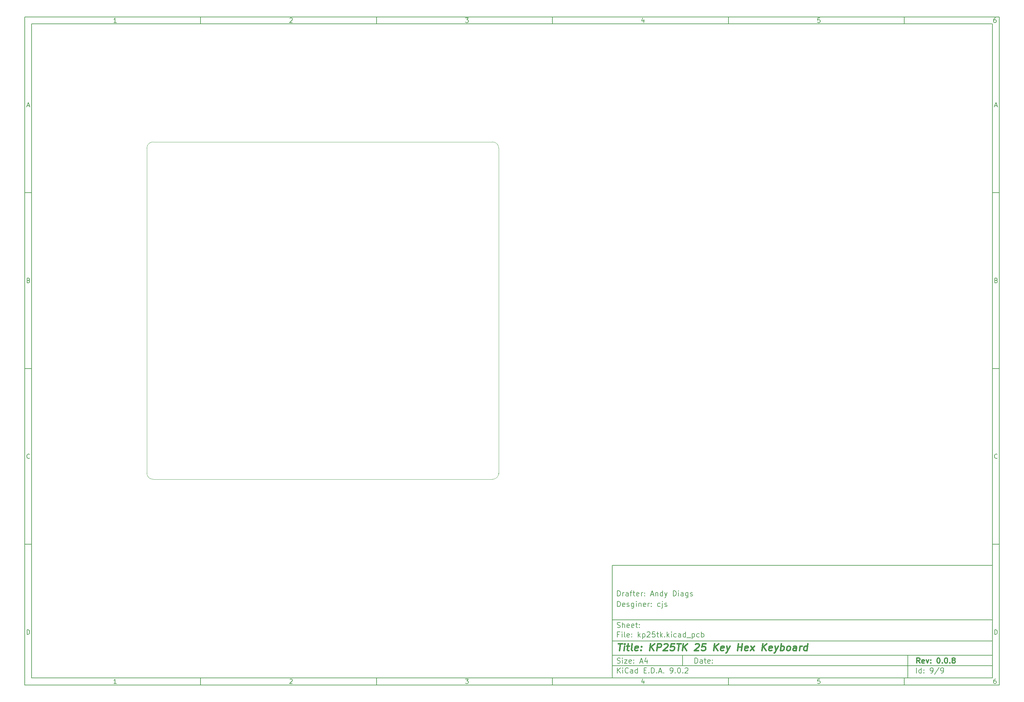
<source format=gm1>
%TF.GenerationSoftware,KiCad,Pcbnew,9.0.2+1*%
%TF.CreationDate,2025-06-13T17:56:32+09:00*%
%TF.ProjectId,kp25tk,6b703235-746b-42e6-9b69-6361645f7063,0.0.8*%
%TF.SameCoordinates,Original*%
%TF.FileFunction,Profile,NP*%
%FSLAX46Y46*%
G04 Gerber Fmt 4.6, Leading zero omitted, Abs format (unit mm)*
G04 Created by KiCad (PCBNEW 9.0.2+1) date 2025-06-13 17:56:32*
%MOMM*%
%LPD*%
G01*
G04 APERTURE LIST*
%ADD10C,0.100000*%
%ADD11C,0.150000*%
%ADD12C,0.300000*%
%ADD13C,0.400000*%
%TA.AperFunction,Profile*%
%ADD14C,0.100000*%
%TD*%
G04 APERTURE END LIST*
D10*
D11*
X177002200Y-166007200D02*
X285002200Y-166007200D01*
X285002200Y-198007200D01*
X177002200Y-198007200D01*
X177002200Y-166007200D01*
D10*
D11*
X10000000Y-10000000D02*
X287002200Y-10000000D01*
X287002200Y-200007200D01*
X10000000Y-200007200D01*
X10000000Y-10000000D01*
D10*
D11*
X12000000Y-12000000D02*
X285002200Y-12000000D01*
X285002200Y-198007200D01*
X12000000Y-198007200D01*
X12000000Y-12000000D01*
D10*
D11*
X60000000Y-12000000D02*
X60000000Y-10000000D01*
D10*
D11*
X110000000Y-12000000D02*
X110000000Y-10000000D01*
D10*
D11*
X160000000Y-12000000D02*
X160000000Y-10000000D01*
D10*
D11*
X210000000Y-12000000D02*
X210000000Y-10000000D01*
D10*
D11*
X260000000Y-12000000D02*
X260000000Y-10000000D01*
D10*
D11*
X36089160Y-11593604D02*
X35346303Y-11593604D01*
X35717731Y-11593604D02*
X35717731Y-10293604D01*
X35717731Y-10293604D02*
X35593922Y-10479319D01*
X35593922Y-10479319D02*
X35470112Y-10603128D01*
X35470112Y-10603128D02*
X35346303Y-10665033D01*
D10*
D11*
X85346303Y-10417414D02*
X85408207Y-10355509D01*
X85408207Y-10355509D02*
X85532017Y-10293604D01*
X85532017Y-10293604D02*
X85841541Y-10293604D01*
X85841541Y-10293604D02*
X85965350Y-10355509D01*
X85965350Y-10355509D02*
X86027255Y-10417414D01*
X86027255Y-10417414D02*
X86089160Y-10541223D01*
X86089160Y-10541223D02*
X86089160Y-10665033D01*
X86089160Y-10665033D02*
X86027255Y-10850747D01*
X86027255Y-10850747D02*
X85284398Y-11593604D01*
X85284398Y-11593604D02*
X86089160Y-11593604D01*
D10*
D11*
X135284398Y-10293604D02*
X136089160Y-10293604D01*
X136089160Y-10293604D02*
X135655826Y-10788842D01*
X135655826Y-10788842D02*
X135841541Y-10788842D01*
X135841541Y-10788842D02*
X135965350Y-10850747D01*
X135965350Y-10850747D02*
X136027255Y-10912652D01*
X136027255Y-10912652D02*
X136089160Y-11036461D01*
X136089160Y-11036461D02*
X136089160Y-11345985D01*
X136089160Y-11345985D02*
X136027255Y-11469795D01*
X136027255Y-11469795D02*
X135965350Y-11531700D01*
X135965350Y-11531700D02*
X135841541Y-11593604D01*
X135841541Y-11593604D02*
X135470112Y-11593604D01*
X135470112Y-11593604D02*
X135346303Y-11531700D01*
X135346303Y-11531700D02*
X135284398Y-11469795D01*
D10*
D11*
X185965350Y-10726938D02*
X185965350Y-11593604D01*
X185655826Y-10231700D02*
X185346303Y-11160271D01*
X185346303Y-11160271D02*
X186151064Y-11160271D01*
D10*
D11*
X236027255Y-10293604D02*
X235408207Y-10293604D01*
X235408207Y-10293604D02*
X235346303Y-10912652D01*
X235346303Y-10912652D02*
X235408207Y-10850747D01*
X235408207Y-10850747D02*
X235532017Y-10788842D01*
X235532017Y-10788842D02*
X235841541Y-10788842D01*
X235841541Y-10788842D02*
X235965350Y-10850747D01*
X235965350Y-10850747D02*
X236027255Y-10912652D01*
X236027255Y-10912652D02*
X236089160Y-11036461D01*
X236089160Y-11036461D02*
X236089160Y-11345985D01*
X236089160Y-11345985D02*
X236027255Y-11469795D01*
X236027255Y-11469795D02*
X235965350Y-11531700D01*
X235965350Y-11531700D02*
X235841541Y-11593604D01*
X235841541Y-11593604D02*
X235532017Y-11593604D01*
X235532017Y-11593604D02*
X235408207Y-11531700D01*
X235408207Y-11531700D02*
X235346303Y-11469795D01*
D10*
D11*
X285965350Y-10293604D02*
X285717731Y-10293604D01*
X285717731Y-10293604D02*
X285593922Y-10355509D01*
X285593922Y-10355509D02*
X285532017Y-10417414D01*
X285532017Y-10417414D02*
X285408207Y-10603128D01*
X285408207Y-10603128D02*
X285346303Y-10850747D01*
X285346303Y-10850747D02*
X285346303Y-11345985D01*
X285346303Y-11345985D02*
X285408207Y-11469795D01*
X285408207Y-11469795D02*
X285470112Y-11531700D01*
X285470112Y-11531700D02*
X285593922Y-11593604D01*
X285593922Y-11593604D02*
X285841541Y-11593604D01*
X285841541Y-11593604D02*
X285965350Y-11531700D01*
X285965350Y-11531700D02*
X286027255Y-11469795D01*
X286027255Y-11469795D02*
X286089160Y-11345985D01*
X286089160Y-11345985D02*
X286089160Y-11036461D01*
X286089160Y-11036461D02*
X286027255Y-10912652D01*
X286027255Y-10912652D02*
X285965350Y-10850747D01*
X285965350Y-10850747D02*
X285841541Y-10788842D01*
X285841541Y-10788842D02*
X285593922Y-10788842D01*
X285593922Y-10788842D02*
X285470112Y-10850747D01*
X285470112Y-10850747D02*
X285408207Y-10912652D01*
X285408207Y-10912652D02*
X285346303Y-11036461D01*
D10*
D11*
X60000000Y-198007200D02*
X60000000Y-200007200D01*
D10*
D11*
X110000000Y-198007200D02*
X110000000Y-200007200D01*
D10*
D11*
X160000000Y-198007200D02*
X160000000Y-200007200D01*
D10*
D11*
X210000000Y-198007200D02*
X210000000Y-200007200D01*
D10*
D11*
X260000000Y-198007200D02*
X260000000Y-200007200D01*
D10*
D11*
X36089160Y-199600804D02*
X35346303Y-199600804D01*
X35717731Y-199600804D02*
X35717731Y-198300804D01*
X35717731Y-198300804D02*
X35593922Y-198486519D01*
X35593922Y-198486519D02*
X35470112Y-198610328D01*
X35470112Y-198610328D02*
X35346303Y-198672233D01*
D10*
D11*
X85346303Y-198424614D02*
X85408207Y-198362709D01*
X85408207Y-198362709D02*
X85532017Y-198300804D01*
X85532017Y-198300804D02*
X85841541Y-198300804D01*
X85841541Y-198300804D02*
X85965350Y-198362709D01*
X85965350Y-198362709D02*
X86027255Y-198424614D01*
X86027255Y-198424614D02*
X86089160Y-198548423D01*
X86089160Y-198548423D02*
X86089160Y-198672233D01*
X86089160Y-198672233D02*
X86027255Y-198857947D01*
X86027255Y-198857947D02*
X85284398Y-199600804D01*
X85284398Y-199600804D02*
X86089160Y-199600804D01*
D10*
D11*
X135284398Y-198300804D02*
X136089160Y-198300804D01*
X136089160Y-198300804D02*
X135655826Y-198796042D01*
X135655826Y-198796042D02*
X135841541Y-198796042D01*
X135841541Y-198796042D02*
X135965350Y-198857947D01*
X135965350Y-198857947D02*
X136027255Y-198919852D01*
X136027255Y-198919852D02*
X136089160Y-199043661D01*
X136089160Y-199043661D02*
X136089160Y-199353185D01*
X136089160Y-199353185D02*
X136027255Y-199476995D01*
X136027255Y-199476995D02*
X135965350Y-199538900D01*
X135965350Y-199538900D02*
X135841541Y-199600804D01*
X135841541Y-199600804D02*
X135470112Y-199600804D01*
X135470112Y-199600804D02*
X135346303Y-199538900D01*
X135346303Y-199538900D02*
X135284398Y-199476995D01*
D10*
D11*
X185965350Y-198734138D02*
X185965350Y-199600804D01*
X185655826Y-198238900D02*
X185346303Y-199167471D01*
X185346303Y-199167471D02*
X186151064Y-199167471D01*
D10*
D11*
X236027255Y-198300804D02*
X235408207Y-198300804D01*
X235408207Y-198300804D02*
X235346303Y-198919852D01*
X235346303Y-198919852D02*
X235408207Y-198857947D01*
X235408207Y-198857947D02*
X235532017Y-198796042D01*
X235532017Y-198796042D02*
X235841541Y-198796042D01*
X235841541Y-198796042D02*
X235965350Y-198857947D01*
X235965350Y-198857947D02*
X236027255Y-198919852D01*
X236027255Y-198919852D02*
X236089160Y-199043661D01*
X236089160Y-199043661D02*
X236089160Y-199353185D01*
X236089160Y-199353185D02*
X236027255Y-199476995D01*
X236027255Y-199476995D02*
X235965350Y-199538900D01*
X235965350Y-199538900D02*
X235841541Y-199600804D01*
X235841541Y-199600804D02*
X235532017Y-199600804D01*
X235532017Y-199600804D02*
X235408207Y-199538900D01*
X235408207Y-199538900D02*
X235346303Y-199476995D01*
D10*
D11*
X285965350Y-198300804D02*
X285717731Y-198300804D01*
X285717731Y-198300804D02*
X285593922Y-198362709D01*
X285593922Y-198362709D02*
X285532017Y-198424614D01*
X285532017Y-198424614D02*
X285408207Y-198610328D01*
X285408207Y-198610328D02*
X285346303Y-198857947D01*
X285346303Y-198857947D02*
X285346303Y-199353185D01*
X285346303Y-199353185D02*
X285408207Y-199476995D01*
X285408207Y-199476995D02*
X285470112Y-199538900D01*
X285470112Y-199538900D02*
X285593922Y-199600804D01*
X285593922Y-199600804D02*
X285841541Y-199600804D01*
X285841541Y-199600804D02*
X285965350Y-199538900D01*
X285965350Y-199538900D02*
X286027255Y-199476995D01*
X286027255Y-199476995D02*
X286089160Y-199353185D01*
X286089160Y-199353185D02*
X286089160Y-199043661D01*
X286089160Y-199043661D02*
X286027255Y-198919852D01*
X286027255Y-198919852D02*
X285965350Y-198857947D01*
X285965350Y-198857947D02*
X285841541Y-198796042D01*
X285841541Y-198796042D02*
X285593922Y-198796042D01*
X285593922Y-198796042D02*
X285470112Y-198857947D01*
X285470112Y-198857947D02*
X285408207Y-198919852D01*
X285408207Y-198919852D02*
X285346303Y-199043661D01*
D10*
D11*
X10000000Y-60000000D02*
X12000000Y-60000000D01*
D10*
D11*
X10000000Y-110000000D02*
X12000000Y-110000000D01*
D10*
D11*
X10000000Y-160000000D02*
X12000000Y-160000000D01*
D10*
D11*
X10690476Y-35222176D02*
X11309523Y-35222176D01*
X10566666Y-35593604D02*
X10999999Y-34293604D01*
X10999999Y-34293604D02*
X11433333Y-35593604D01*
D10*
D11*
X11092857Y-84912652D02*
X11278571Y-84974557D01*
X11278571Y-84974557D02*
X11340476Y-85036461D01*
X11340476Y-85036461D02*
X11402380Y-85160271D01*
X11402380Y-85160271D02*
X11402380Y-85345985D01*
X11402380Y-85345985D02*
X11340476Y-85469795D01*
X11340476Y-85469795D02*
X11278571Y-85531700D01*
X11278571Y-85531700D02*
X11154761Y-85593604D01*
X11154761Y-85593604D02*
X10659523Y-85593604D01*
X10659523Y-85593604D02*
X10659523Y-84293604D01*
X10659523Y-84293604D02*
X11092857Y-84293604D01*
X11092857Y-84293604D02*
X11216666Y-84355509D01*
X11216666Y-84355509D02*
X11278571Y-84417414D01*
X11278571Y-84417414D02*
X11340476Y-84541223D01*
X11340476Y-84541223D02*
X11340476Y-84665033D01*
X11340476Y-84665033D02*
X11278571Y-84788842D01*
X11278571Y-84788842D02*
X11216666Y-84850747D01*
X11216666Y-84850747D02*
X11092857Y-84912652D01*
X11092857Y-84912652D02*
X10659523Y-84912652D01*
D10*
D11*
X11402380Y-135469795D02*
X11340476Y-135531700D01*
X11340476Y-135531700D02*
X11154761Y-135593604D01*
X11154761Y-135593604D02*
X11030952Y-135593604D01*
X11030952Y-135593604D02*
X10845238Y-135531700D01*
X10845238Y-135531700D02*
X10721428Y-135407890D01*
X10721428Y-135407890D02*
X10659523Y-135284080D01*
X10659523Y-135284080D02*
X10597619Y-135036461D01*
X10597619Y-135036461D02*
X10597619Y-134850747D01*
X10597619Y-134850747D02*
X10659523Y-134603128D01*
X10659523Y-134603128D02*
X10721428Y-134479319D01*
X10721428Y-134479319D02*
X10845238Y-134355509D01*
X10845238Y-134355509D02*
X11030952Y-134293604D01*
X11030952Y-134293604D02*
X11154761Y-134293604D01*
X11154761Y-134293604D02*
X11340476Y-134355509D01*
X11340476Y-134355509D02*
X11402380Y-134417414D01*
D10*
D11*
X10659523Y-185593604D02*
X10659523Y-184293604D01*
X10659523Y-184293604D02*
X10969047Y-184293604D01*
X10969047Y-184293604D02*
X11154761Y-184355509D01*
X11154761Y-184355509D02*
X11278571Y-184479319D01*
X11278571Y-184479319D02*
X11340476Y-184603128D01*
X11340476Y-184603128D02*
X11402380Y-184850747D01*
X11402380Y-184850747D02*
X11402380Y-185036461D01*
X11402380Y-185036461D02*
X11340476Y-185284080D01*
X11340476Y-185284080D02*
X11278571Y-185407890D01*
X11278571Y-185407890D02*
X11154761Y-185531700D01*
X11154761Y-185531700D02*
X10969047Y-185593604D01*
X10969047Y-185593604D02*
X10659523Y-185593604D01*
D10*
D11*
X287002200Y-60000000D02*
X285002200Y-60000000D01*
D10*
D11*
X287002200Y-110000000D02*
X285002200Y-110000000D01*
D10*
D11*
X287002200Y-160000000D02*
X285002200Y-160000000D01*
D10*
D11*
X285692676Y-35222176D02*
X286311723Y-35222176D01*
X285568866Y-35593604D02*
X286002199Y-34293604D01*
X286002199Y-34293604D02*
X286435533Y-35593604D01*
D10*
D11*
X286095057Y-84912652D02*
X286280771Y-84974557D01*
X286280771Y-84974557D02*
X286342676Y-85036461D01*
X286342676Y-85036461D02*
X286404580Y-85160271D01*
X286404580Y-85160271D02*
X286404580Y-85345985D01*
X286404580Y-85345985D02*
X286342676Y-85469795D01*
X286342676Y-85469795D02*
X286280771Y-85531700D01*
X286280771Y-85531700D02*
X286156961Y-85593604D01*
X286156961Y-85593604D02*
X285661723Y-85593604D01*
X285661723Y-85593604D02*
X285661723Y-84293604D01*
X285661723Y-84293604D02*
X286095057Y-84293604D01*
X286095057Y-84293604D02*
X286218866Y-84355509D01*
X286218866Y-84355509D02*
X286280771Y-84417414D01*
X286280771Y-84417414D02*
X286342676Y-84541223D01*
X286342676Y-84541223D02*
X286342676Y-84665033D01*
X286342676Y-84665033D02*
X286280771Y-84788842D01*
X286280771Y-84788842D02*
X286218866Y-84850747D01*
X286218866Y-84850747D02*
X286095057Y-84912652D01*
X286095057Y-84912652D02*
X285661723Y-84912652D01*
D10*
D11*
X286404580Y-135469795D02*
X286342676Y-135531700D01*
X286342676Y-135531700D02*
X286156961Y-135593604D01*
X286156961Y-135593604D02*
X286033152Y-135593604D01*
X286033152Y-135593604D02*
X285847438Y-135531700D01*
X285847438Y-135531700D02*
X285723628Y-135407890D01*
X285723628Y-135407890D02*
X285661723Y-135284080D01*
X285661723Y-135284080D02*
X285599819Y-135036461D01*
X285599819Y-135036461D02*
X285599819Y-134850747D01*
X285599819Y-134850747D02*
X285661723Y-134603128D01*
X285661723Y-134603128D02*
X285723628Y-134479319D01*
X285723628Y-134479319D02*
X285847438Y-134355509D01*
X285847438Y-134355509D02*
X286033152Y-134293604D01*
X286033152Y-134293604D02*
X286156961Y-134293604D01*
X286156961Y-134293604D02*
X286342676Y-134355509D01*
X286342676Y-134355509D02*
X286404580Y-134417414D01*
D10*
D11*
X285661723Y-185593604D02*
X285661723Y-184293604D01*
X285661723Y-184293604D02*
X285971247Y-184293604D01*
X285971247Y-184293604D02*
X286156961Y-184355509D01*
X286156961Y-184355509D02*
X286280771Y-184479319D01*
X286280771Y-184479319D02*
X286342676Y-184603128D01*
X286342676Y-184603128D02*
X286404580Y-184850747D01*
X286404580Y-184850747D02*
X286404580Y-185036461D01*
X286404580Y-185036461D02*
X286342676Y-185284080D01*
X286342676Y-185284080D02*
X286280771Y-185407890D01*
X286280771Y-185407890D02*
X286156961Y-185531700D01*
X286156961Y-185531700D02*
X285971247Y-185593604D01*
X285971247Y-185593604D02*
X285661723Y-185593604D01*
D10*
D11*
X200458026Y-193793328D02*
X200458026Y-192293328D01*
X200458026Y-192293328D02*
X200815169Y-192293328D01*
X200815169Y-192293328D02*
X201029455Y-192364757D01*
X201029455Y-192364757D02*
X201172312Y-192507614D01*
X201172312Y-192507614D02*
X201243741Y-192650471D01*
X201243741Y-192650471D02*
X201315169Y-192936185D01*
X201315169Y-192936185D02*
X201315169Y-193150471D01*
X201315169Y-193150471D02*
X201243741Y-193436185D01*
X201243741Y-193436185D02*
X201172312Y-193579042D01*
X201172312Y-193579042D02*
X201029455Y-193721900D01*
X201029455Y-193721900D02*
X200815169Y-193793328D01*
X200815169Y-193793328D02*
X200458026Y-193793328D01*
X202600884Y-193793328D02*
X202600884Y-193007614D01*
X202600884Y-193007614D02*
X202529455Y-192864757D01*
X202529455Y-192864757D02*
X202386598Y-192793328D01*
X202386598Y-192793328D02*
X202100884Y-192793328D01*
X202100884Y-192793328D02*
X201958026Y-192864757D01*
X202600884Y-193721900D02*
X202458026Y-193793328D01*
X202458026Y-193793328D02*
X202100884Y-193793328D01*
X202100884Y-193793328D02*
X201958026Y-193721900D01*
X201958026Y-193721900D02*
X201886598Y-193579042D01*
X201886598Y-193579042D02*
X201886598Y-193436185D01*
X201886598Y-193436185D02*
X201958026Y-193293328D01*
X201958026Y-193293328D02*
X202100884Y-193221900D01*
X202100884Y-193221900D02*
X202458026Y-193221900D01*
X202458026Y-193221900D02*
X202600884Y-193150471D01*
X203100884Y-192793328D02*
X203672312Y-192793328D01*
X203315169Y-192293328D02*
X203315169Y-193579042D01*
X203315169Y-193579042D02*
X203386598Y-193721900D01*
X203386598Y-193721900D02*
X203529455Y-193793328D01*
X203529455Y-193793328D02*
X203672312Y-193793328D01*
X204743741Y-193721900D02*
X204600884Y-193793328D01*
X204600884Y-193793328D02*
X204315170Y-193793328D01*
X204315170Y-193793328D02*
X204172312Y-193721900D01*
X204172312Y-193721900D02*
X204100884Y-193579042D01*
X204100884Y-193579042D02*
X204100884Y-193007614D01*
X204100884Y-193007614D02*
X204172312Y-192864757D01*
X204172312Y-192864757D02*
X204315170Y-192793328D01*
X204315170Y-192793328D02*
X204600884Y-192793328D01*
X204600884Y-192793328D02*
X204743741Y-192864757D01*
X204743741Y-192864757D02*
X204815170Y-193007614D01*
X204815170Y-193007614D02*
X204815170Y-193150471D01*
X204815170Y-193150471D02*
X204100884Y-193293328D01*
X205458026Y-193650471D02*
X205529455Y-193721900D01*
X205529455Y-193721900D02*
X205458026Y-193793328D01*
X205458026Y-193793328D02*
X205386598Y-193721900D01*
X205386598Y-193721900D02*
X205458026Y-193650471D01*
X205458026Y-193650471D02*
X205458026Y-193793328D01*
X205458026Y-192864757D02*
X205529455Y-192936185D01*
X205529455Y-192936185D02*
X205458026Y-193007614D01*
X205458026Y-193007614D02*
X205386598Y-192936185D01*
X205386598Y-192936185D02*
X205458026Y-192864757D01*
X205458026Y-192864757D02*
X205458026Y-193007614D01*
D10*
D11*
X177002200Y-194507200D02*
X285002200Y-194507200D01*
D10*
D11*
X178458026Y-196593328D02*
X178458026Y-195093328D01*
X179315169Y-196593328D02*
X178672312Y-195736185D01*
X179315169Y-195093328D02*
X178458026Y-195950471D01*
X179958026Y-196593328D02*
X179958026Y-195593328D01*
X179958026Y-195093328D02*
X179886598Y-195164757D01*
X179886598Y-195164757D02*
X179958026Y-195236185D01*
X179958026Y-195236185D02*
X180029455Y-195164757D01*
X180029455Y-195164757D02*
X179958026Y-195093328D01*
X179958026Y-195093328D02*
X179958026Y-195236185D01*
X181529455Y-196450471D02*
X181458027Y-196521900D01*
X181458027Y-196521900D02*
X181243741Y-196593328D01*
X181243741Y-196593328D02*
X181100884Y-196593328D01*
X181100884Y-196593328D02*
X180886598Y-196521900D01*
X180886598Y-196521900D02*
X180743741Y-196379042D01*
X180743741Y-196379042D02*
X180672312Y-196236185D01*
X180672312Y-196236185D02*
X180600884Y-195950471D01*
X180600884Y-195950471D02*
X180600884Y-195736185D01*
X180600884Y-195736185D02*
X180672312Y-195450471D01*
X180672312Y-195450471D02*
X180743741Y-195307614D01*
X180743741Y-195307614D02*
X180886598Y-195164757D01*
X180886598Y-195164757D02*
X181100884Y-195093328D01*
X181100884Y-195093328D02*
X181243741Y-195093328D01*
X181243741Y-195093328D02*
X181458027Y-195164757D01*
X181458027Y-195164757D02*
X181529455Y-195236185D01*
X182815170Y-196593328D02*
X182815170Y-195807614D01*
X182815170Y-195807614D02*
X182743741Y-195664757D01*
X182743741Y-195664757D02*
X182600884Y-195593328D01*
X182600884Y-195593328D02*
X182315170Y-195593328D01*
X182315170Y-195593328D02*
X182172312Y-195664757D01*
X182815170Y-196521900D02*
X182672312Y-196593328D01*
X182672312Y-196593328D02*
X182315170Y-196593328D01*
X182315170Y-196593328D02*
X182172312Y-196521900D01*
X182172312Y-196521900D02*
X182100884Y-196379042D01*
X182100884Y-196379042D02*
X182100884Y-196236185D01*
X182100884Y-196236185D02*
X182172312Y-196093328D01*
X182172312Y-196093328D02*
X182315170Y-196021900D01*
X182315170Y-196021900D02*
X182672312Y-196021900D01*
X182672312Y-196021900D02*
X182815170Y-195950471D01*
X184172313Y-196593328D02*
X184172313Y-195093328D01*
X184172313Y-196521900D02*
X184029455Y-196593328D01*
X184029455Y-196593328D02*
X183743741Y-196593328D01*
X183743741Y-196593328D02*
X183600884Y-196521900D01*
X183600884Y-196521900D02*
X183529455Y-196450471D01*
X183529455Y-196450471D02*
X183458027Y-196307614D01*
X183458027Y-196307614D02*
X183458027Y-195879042D01*
X183458027Y-195879042D02*
X183529455Y-195736185D01*
X183529455Y-195736185D02*
X183600884Y-195664757D01*
X183600884Y-195664757D02*
X183743741Y-195593328D01*
X183743741Y-195593328D02*
X184029455Y-195593328D01*
X184029455Y-195593328D02*
X184172313Y-195664757D01*
X186029455Y-195807614D02*
X186529455Y-195807614D01*
X186743741Y-196593328D02*
X186029455Y-196593328D01*
X186029455Y-196593328D02*
X186029455Y-195093328D01*
X186029455Y-195093328D02*
X186743741Y-195093328D01*
X187386598Y-196450471D02*
X187458027Y-196521900D01*
X187458027Y-196521900D02*
X187386598Y-196593328D01*
X187386598Y-196593328D02*
X187315170Y-196521900D01*
X187315170Y-196521900D02*
X187386598Y-196450471D01*
X187386598Y-196450471D02*
X187386598Y-196593328D01*
X188100884Y-196593328D02*
X188100884Y-195093328D01*
X188100884Y-195093328D02*
X188458027Y-195093328D01*
X188458027Y-195093328D02*
X188672313Y-195164757D01*
X188672313Y-195164757D02*
X188815170Y-195307614D01*
X188815170Y-195307614D02*
X188886599Y-195450471D01*
X188886599Y-195450471D02*
X188958027Y-195736185D01*
X188958027Y-195736185D02*
X188958027Y-195950471D01*
X188958027Y-195950471D02*
X188886599Y-196236185D01*
X188886599Y-196236185D02*
X188815170Y-196379042D01*
X188815170Y-196379042D02*
X188672313Y-196521900D01*
X188672313Y-196521900D02*
X188458027Y-196593328D01*
X188458027Y-196593328D02*
X188100884Y-196593328D01*
X189600884Y-196450471D02*
X189672313Y-196521900D01*
X189672313Y-196521900D02*
X189600884Y-196593328D01*
X189600884Y-196593328D02*
X189529456Y-196521900D01*
X189529456Y-196521900D02*
X189600884Y-196450471D01*
X189600884Y-196450471D02*
X189600884Y-196593328D01*
X190243742Y-196164757D02*
X190958028Y-196164757D01*
X190100885Y-196593328D02*
X190600885Y-195093328D01*
X190600885Y-195093328D02*
X191100885Y-196593328D01*
X191600884Y-196450471D02*
X191672313Y-196521900D01*
X191672313Y-196521900D02*
X191600884Y-196593328D01*
X191600884Y-196593328D02*
X191529456Y-196521900D01*
X191529456Y-196521900D02*
X191600884Y-196450471D01*
X191600884Y-196450471D02*
X191600884Y-196593328D01*
X193529456Y-196593328D02*
X193815170Y-196593328D01*
X193815170Y-196593328D02*
X193958027Y-196521900D01*
X193958027Y-196521900D02*
X194029456Y-196450471D01*
X194029456Y-196450471D02*
X194172313Y-196236185D01*
X194172313Y-196236185D02*
X194243742Y-195950471D01*
X194243742Y-195950471D02*
X194243742Y-195379042D01*
X194243742Y-195379042D02*
X194172313Y-195236185D01*
X194172313Y-195236185D02*
X194100885Y-195164757D01*
X194100885Y-195164757D02*
X193958027Y-195093328D01*
X193958027Y-195093328D02*
X193672313Y-195093328D01*
X193672313Y-195093328D02*
X193529456Y-195164757D01*
X193529456Y-195164757D02*
X193458027Y-195236185D01*
X193458027Y-195236185D02*
X193386599Y-195379042D01*
X193386599Y-195379042D02*
X193386599Y-195736185D01*
X193386599Y-195736185D02*
X193458027Y-195879042D01*
X193458027Y-195879042D02*
X193529456Y-195950471D01*
X193529456Y-195950471D02*
X193672313Y-196021900D01*
X193672313Y-196021900D02*
X193958027Y-196021900D01*
X193958027Y-196021900D02*
X194100885Y-195950471D01*
X194100885Y-195950471D02*
X194172313Y-195879042D01*
X194172313Y-195879042D02*
X194243742Y-195736185D01*
X194886598Y-196450471D02*
X194958027Y-196521900D01*
X194958027Y-196521900D02*
X194886598Y-196593328D01*
X194886598Y-196593328D02*
X194815170Y-196521900D01*
X194815170Y-196521900D02*
X194886598Y-196450471D01*
X194886598Y-196450471D02*
X194886598Y-196593328D01*
X195886599Y-195093328D02*
X196029456Y-195093328D01*
X196029456Y-195093328D02*
X196172313Y-195164757D01*
X196172313Y-195164757D02*
X196243742Y-195236185D01*
X196243742Y-195236185D02*
X196315170Y-195379042D01*
X196315170Y-195379042D02*
X196386599Y-195664757D01*
X196386599Y-195664757D02*
X196386599Y-196021900D01*
X196386599Y-196021900D02*
X196315170Y-196307614D01*
X196315170Y-196307614D02*
X196243742Y-196450471D01*
X196243742Y-196450471D02*
X196172313Y-196521900D01*
X196172313Y-196521900D02*
X196029456Y-196593328D01*
X196029456Y-196593328D02*
X195886599Y-196593328D01*
X195886599Y-196593328D02*
X195743742Y-196521900D01*
X195743742Y-196521900D02*
X195672313Y-196450471D01*
X195672313Y-196450471D02*
X195600884Y-196307614D01*
X195600884Y-196307614D02*
X195529456Y-196021900D01*
X195529456Y-196021900D02*
X195529456Y-195664757D01*
X195529456Y-195664757D02*
X195600884Y-195379042D01*
X195600884Y-195379042D02*
X195672313Y-195236185D01*
X195672313Y-195236185D02*
X195743742Y-195164757D01*
X195743742Y-195164757D02*
X195886599Y-195093328D01*
X197029455Y-196450471D02*
X197100884Y-196521900D01*
X197100884Y-196521900D02*
X197029455Y-196593328D01*
X197029455Y-196593328D02*
X196958027Y-196521900D01*
X196958027Y-196521900D02*
X197029455Y-196450471D01*
X197029455Y-196450471D02*
X197029455Y-196593328D01*
X197672313Y-195236185D02*
X197743741Y-195164757D01*
X197743741Y-195164757D02*
X197886599Y-195093328D01*
X197886599Y-195093328D02*
X198243741Y-195093328D01*
X198243741Y-195093328D02*
X198386599Y-195164757D01*
X198386599Y-195164757D02*
X198458027Y-195236185D01*
X198458027Y-195236185D02*
X198529456Y-195379042D01*
X198529456Y-195379042D02*
X198529456Y-195521900D01*
X198529456Y-195521900D02*
X198458027Y-195736185D01*
X198458027Y-195736185D02*
X197600884Y-196593328D01*
X197600884Y-196593328D02*
X198529456Y-196593328D01*
D10*
D11*
X177002200Y-191507200D02*
X285002200Y-191507200D01*
D10*
D12*
X264413853Y-193785528D02*
X263913853Y-193071242D01*
X263556710Y-193785528D02*
X263556710Y-192285528D01*
X263556710Y-192285528D02*
X264128139Y-192285528D01*
X264128139Y-192285528D02*
X264270996Y-192356957D01*
X264270996Y-192356957D02*
X264342425Y-192428385D01*
X264342425Y-192428385D02*
X264413853Y-192571242D01*
X264413853Y-192571242D02*
X264413853Y-192785528D01*
X264413853Y-192785528D02*
X264342425Y-192928385D01*
X264342425Y-192928385D02*
X264270996Y-192999814D01*
X264270996Y-192999814D02*
X264128139Y-193071242D01*
X264128139Y-193071242D02*
X263556710Y-193071242D01*
X265628139Y-193714100D02*
X265485282Y-193785528D01*
X265485282Y-193785528D02*
X265199568Y-193785528D01*
X265199568Y-193785528D02*
X265056710Y-193714100D01*
X265056710Y-193714100D02*
X264985282Y-193571242D01*
X264985282Y-193571242D02*
X264985282Y-192999814D01*
X264985282Y-192999814D02*
X265056710Y-192856957D01*
X265056710Y-192856957D02*
X265199568Y-192785528D01*
X265199568Y-192785528D02*
X265485282Y-192785528D01*
X265485282Y-192785528D02*
X265628139Y-192856957D01*
X265628139Y-192856957D02*
X265699568Y-192999814D01*
X265699568Y-192999814D02*
X265699568Y-193142671D01*
X265699568Y-193142671D02*
X264985282Y-193285528D01*
X266199567Y-192785528D02*
X266556710Y-193785528D01*
X266556710Y-193785528D02*
X266913853Y-192785528D01*
X267485281Y-193642671D02*
X267556710Y-193714100D01*
X267556710Y-193714100D02*
X267485281Y-193785528D01*
X267485281Y-193785528D02*
X267413853Y-193714100D01*
X267413853Y-193714100D02*
X267485281Y-193642671D01*
X267485281Y-193642671D02*
X267485281Y-193785528D01*
X267485281Y-192856957D02*
X267556710Y-192928385D01*
X267556710Y-192928385D02*
X267485281Y-192999814D01*
X267485281Y-192999814D02*
X267413853Y-192928385D01*
X267413853Y-192928385D02*
X267485281Y-192856957D01*
X267485281Y-192856957D02*
X267485281Y-192999814D01*
X269628139Y-192285528D02*
X269770996Y-192285528D01*
X269770996Y-192285528D02*
X269913853Y-192356957D01*
X269913853Y-192356957D02*
X269985282Y-192428385D01*
X269985282Y-192428385D02*
X270056710Y-192571242D01*
X270056710Y-192571242D02*
X270128139Y-192856957D01*
X270128139Y-192856957D02*
X270128139Y-193214100D01*
X270128139Y-193214100D02*
X270056710Y-193499814D01*
X270056710Y-193499814D02*
X269985282Y-193642671D01*
X269985282Y-193642671D02*
X269913853Y-193714100D01*
X269913853Y-193714100D02*
X269770996Y-193785528D01*
X269770996Y-193785528D02*
X269628139Y-193785528D01*
X269628139Y-193785528D02*
X269485282Y-193714100D01*
X269485282Y-193714100D02*
X269413853Y-193642671D01*
X269413853Y-193642671D02*
X269342424Y-193499814D01*
X269342424Y-193499814D02*
X269270996Y-193214100D01*
X269270996Y-193214100D02*
X269270996Y-192856957D01*
X269270996Y-192856957D02*
X269342424Y-192571242D01*
X269342424Y-192571242D02*
X269413853Y-192428385D01*
X269413853Y-192428385D02*
X269485282Y-192356957D01*
X269485282Y-192356957D02*
X269628139Y-192285528D01*
X270770995Y-193642671D02*
X270842424Y-193714100D01*
X270842424Y-193714100D02*
X270770995Y-193785528D01*
X270770995Y-193785528D02*
X270699567Y-193714100D01*
X270699567Y-193714100D02*
X270770995Y-193642671D01*
X270770995Y-193642671D02*
X270770995Y-193785528D01*
X271770996Y-192285528D02*
X271913853Y-192285528D01*
X271913853Y-192285528D02*
X272056710Y-192356957D01*
X272056710Y-192356957D02*
X272128139Y-192428385D01*
X272128139Y-192428385D02*
X272199567Y-192571242D01*
X272199567Y-192571242D02*
X272270996Y-192856957D01*
X272270996Y-192856957D02*
X272270996Y-193214100D01*
X272270996Y-193214100D02*
X272199567Y-193499814D01*
X272199567Y-193499814D02*
X272128139Y-193642671D01*
X272128139Y-193642671D02*
X272056710Y-193714100D01*
X272056710Y-193714100D02*
X271913853Y-193785528D01*
X271913853Y-193785528D02*
X271770996Y-193785528D01*
X271770996Y-193785528D02*
X271628139Y-193714100D01*
X271628139Y-193714100D02*
X271556710Y-193642671D01*
X271556710Y-193642671D02*
X271485281Y-193499814D01*
X271485281Y-193499814D02*
X271413853Y-193214100D01*
X271413853Y-193214100D02*
X271413853Y-192856957D01*
X271413853Y-192856957D02*
X271485281Y-192571242D01*
X271485281Y-192571242D02*
X271556710Y-192428385D01*
X271556710Y-192428385D02*
X271628139Y-192356957D01*
X271628139Y-192356957D02*
X271770996Y-192285528D01*
X272913852Y-193642671D02*
X272985281Y-193714100D01*
X272985281Y-193714100D02*
X272913852Y-193785528D01*
X272913852Y-193785528D02*
X272842424Y-193714100D01*
X272842424Y-193714100D02*
X272913852Y-193642671D01*
X272913852Y-193642671D02*
X272913852Y-193785528D01*
X273842424Y-192928385D02*
X273699567Y-192856957D01*
X273699567Y-192856957D02*
X273628138Y-192785528D01*
X273628138Y-192785528D02*
X273556710Y-192642671D01*
X273556710Y-192642671D02*
X273556710Y-192571242D01*
X273556710Y-192571242D02*
X273628138Y-192428385D01*
X273628138Y-192428385D02*
X273699567Y-192356957D01*
X273699567Y-192356957D02*
X273842424Y-192285528D01*
X273842424Y-192285528D02*
X274128138Y-192285528D01*
X274128138Y-192285528D02*
X274270996Y-192356957D01*
X274270996Y-192356957D02*
X274342424Y-192428385D01*
X274342424Y-192428385D02*
X274413853Y-192571242D01*
X274413853Y-192571242D02*
X274413853Y-192642671D01*
X274413853Y-192642671D02*
X274342424Y-192785528D01*
X274342424Y-192785528D02*
X274270996Y-192856957D01*
X274270996Y-192856957D02*
X274128138Y-192928385D01*
X274128138Y-192928385D02*
X273842424Y-192928385D01*
X273842424Y-192928385D02*
X273699567Y-192999814D01*
X273699567Y-192999814D02*
X273628138Y-193071242D01*
X273628138Y-193071242D02*
X273556710Y-193214100D01*
X273556710Y-193214100D02*
X273556710Y-193499814D01*
X273556710Y-193499814D02*
X273628138Y-193642671D01*
X273628138Y-193642671D02*
X273699567Y-193714100D01*
X273699567Y-193714100D02*
X273842424Y-193785528D01*
X273842424Y-193785528D02*
X274128138Y-193785528D01*
X274128138Y-193785528D02*
X274270996Y-193714100D01*
X274270996Y-193714100D02*
X274342424Y-193642671D01*
X274342424Y-193642671D02*
X274413853Y-193499814D01*
X274413853Y-193499814D02*
X274413853Y-193214100D01*
X274413853Y-193214100D02*
X274342424Y-193071242D01*
X274342424Y-193071242D02*
X274270996Y-192999814D01*
X274270996Y-192999814D02*
X274128138Y-192928385D01*
D10*
D11*
X178386598Y-193721900D02*
X178600884Y-193793328D01*
X178600884Y-193793328D02*
X178958026Y-193793328D01*
X178958026Y-193793328D02*
X179100884Y-193721900D01*
X179100884Y-193721900D02*
X179172312Y-193650471D01*
X179172312Y-193650471D02*
X179243741Y-193507614D01*
X179243741Y-193507614D02*
X179243741Y-193364757D01*
X179243741Y-193364757D02*
X179172312Y-193221900D01*
X179172312Y-193221900D02*
X179100884Y-193150471D01*
X179100884Y-193150471D02*
X178958026Y-193079042D01*
X178958026Y-193079042D02*
X178672312Y-193007614D01*
X178672312Y-193007614D02*
X178529455Y-192936185D01*
X178529455Y-192936185D02*
X178458026Y-192864757D01*
X178458026Y-192864757D02*
X178386598Y-192721900D01*
X178386598Y-192721900D02*
X178386598Y-192579042D01*
X178386598Y-192579042D02*
X178458026Y-192436185D01*
X178458026Y-192436185D02*
X178529455Y-192364757D01*
X178529455Y-192364757D02*
X178672312Y-192293328D01*
X178672312Y-192293328D02*
X179029455Y-192293328D01*
X179029455Y-192293328D02*
X179243741Y-192364757D01*
X179886597Y-193793328D02*
X179886597Y-192793328D01*
X179886597Y-192293328D02*
X179815169Y-192364757D01*
X179815169Y-192364757D02*
X179886597Y-192436185D01*
X179886597Y-192436185D02*
X179958026Y-192364757D01*
X179958026Y-192364757D02*
X179886597Y-192293328D01*
X179886597Y-192293328D02*
X179886597Y-192436185D01*
X180458026Y-192793328D02*
X181243741Y-192793328D01*
X181243741Y-192793328D02*
X180458026Y-193793328D01*
X180458026Y-193793328D02*
X181243741Y-193793328D01*
X182386598Y-193721900D02*
X182243741Y-193793328D01*
X182243741Y-193793328D02*
X181958027Y-193793328D01*
X181958027Y-193793328D02*
X181815169Y-193721900D01*
X181815169Y-193721900D02*
X181743741Y-193579042D01*
X181743741Y-193579042D02*
X181743741Y-193007614D01*
X181743741Y-193007614D02*
X181815169Y-192864757D01*
X181815169Y-192864757D02*
X181958027Y-192793328D01*
X181958027Y-192793328D02*
X182243741Y-192793328D01*
X182243741Y-192793328D02*
X182386598Y-192864757D01*
X182386598Y-192864757D02*
X182458027Y-193007614D01*
X182458027Y-193007614D02*
X182458027Y-193150471D01*
X182458027Y-193150471D02*
X181743741Y-193293328D01*
X183100883Y-193650471D02*
X183172312Y-193721900D01*
X183172312Y-193721900D02*
X183100883Y-193793328D01*
X183100883Y-193793328D02*
X183029455Y-193721900D01*
X183029455Y-193721900D02*
X183100883Y-193650471D01*
X183100883Y-193650471D02*
X183100883Y-193793328D01*
X183100883Y-192864757D02*
X183172312Y-192936185D01*
X183172312Y-192936185D02*
X183100883Y-193007614D01*
X183100883Y-193007614D02*
X183029455Y-192936185D01*
X183029455Y-192936185D02*
X183100883Y-192864757D01*
X183100883Y-192864757D02*
X183100883Y-193007614D01*
X184886598Y-193364757D02*
X185600884Y-193364757D01*
X184743741Y-193793328D02*
X185243741Y-192293328D01*
X185243741Y-192293328D02*
X185743741Y-193793328D01*
X186886598Y-192793328D02*
X186886598Y-193793328D01*
X186529455Y-192221900D02*
X186172312Y-193293328D01*
X186172312Y-193293328D02*
X187100883Y-193293328D01*
D10*
D11*
X263458026Y-196593328D02*
X263458026Y-195093328D01*
X264815170Y-196593328D02*
X264815170Y-195093328D01*
X264815170Y-196521900D02*
X264672312Y-196593328D01*
X264672312Y-196593328D02*
X264386598Y-196593328D01*
X264386598Y-196593328D02*
X264243741Y-196521900D01*
X264243741Y-196521900D02*
X264172312Y-196450471D01*
X264172312Y-196450471D02*
X264100884Y-196307614D01*
X264100884Y-196307614D02*
X264100884Y-195879042D01*
X264100884Y-195879042D02*
X264172312Y-195736185D01*
X264172312Y-195736185D02*
X264243741Y-195664757D01*
X264243741Y-195664757D02*
X264386598Y-195593328D01*
X264386598Y-195593328D02*
X264672312Y-195593328D01*
X264672312Y-195593328D02*
X264815170Y-195664757D01*
X265529455Y-196450471D02*
X265600884Y-196521900D01*
X265600884Y-196521900D02*
X265529455Y-196593328D01*
X265529455Y-196593328D02*
X265458027Y-196521900D01*
X265458027Y-196521900D02*
X265529455Y-196450471D01*
X265529455Y-196450471D02*
X265529455Y-196593328D01*
X265529455Y-195664757D02*
X265600884Y-195736185D01*
X265600884Y-195736185D02*
X265529455Y-195807614D01*
X265529455Y-195807614D02*
X265458027Y-195736185D01*
X265458027Y-195736185D02*
X265529455Y-195664757D01*
X265529455Y-195664757D02*
X265529455Y-195807614D01*
X267458027Y-196593328D02*
X267743741Y-196593328D01*
X267743741Y-196593328D02*
X267886598Y-196521900D01*
X267886598Y-196521900D02*
X267958027Y-196450471D01*
X267958027Y-196450471D02*
X268100884Y-196236185D01*
X268100884Y-196236185D02*
X268172313Y-195950471D01*
X268172313Y-195950471D02*
X268172313Y-195379042D01*
X268172313Y-195379042D02*
X268100884Y-195236185D01*
X268100884Y-195236185D02*
X268029456Y-195164757D01*
X268029456Y-195164757D02*
X267886598Y-195093328D01*
X267886598Y-195093328D02*
X267600884Y-195093328D01*
X267600884Y-195093328D02*
X267458027Y-195164757D01*
X267458027Y-195164757D02*
X267386598Y-195236185D01*
X267386598Y-195236185D02*
X267315170Y-195379042D01*
X267315170Y-195379042D02*
X267315170Y-195736185D01*
X267315170Y-195736185D02*
X267386598Y-195879042D01*
X267386598Y-195879042D02*
X267458027Y-195950471D01*
X267458027Y-195950471D02*
X267600884Y-196021900D01*
X267600884Y-196021900D02*
X267886598Y-196021900D01*
X267886598Y-196021900D02*
X268029456Y-195950471D01*
X268029456Y-195950471D02*
X268100884Y-195879042D01*
X268100884Y-195879042D02*
X268172313Y-195736185D01*
X269886598Y-195021900D02*
X268600884Y-196950471D01*
X270458027Y-196593328D02*
X270743741Y-196593328D01*
X270743741Y-196593328D02*
X270886598Y-196521900D01*
X270886598Y-196521900D02*
X270958027Y-196450471D01*
X270958027Y-196450471D02*
X271100884Y-196236185D01*
X271100884Y-196236185D02*
X271172313Y-195950471D01*
X271172313Y-195950471D02*
X271172313Y-195379042D01*
X271172313Y-195379042D02*
X271100884Y-195236185D01*
X271100884Y-195236185D02*
X271029456Y-195164757D01*
X271029456Y-195164757D02*
X270886598Y-195093328D01*
X270886598Y-195093328D02*
X270600884Y-195093328D01*
X270600884Y-195093328D02*
X270458027Y-195164757D01*
X270458027Y-195164757D02*
X270386598Y-195236185D01*
X270386598Y-195236185D02*
X270315170Y-195379042D01*
X270315170Y-195379042D02*
X270315170Y-195736185D01*
X270315170Y-195736185D02*
X270386598Y-195879042D01*
X270386598Y-195879042D02*
X270458027Y-195950471D01*
X270458027Y-195950471D02*
X270600884Y-196021900D01*
X270600884Y-196021900D02*
X270886598Y-196021900D01*
X270886598Y-196021900D02*
X271029456Y-195950471D01*
X271029456Y-195950471D02*
X271100884Y-195879042D01*
X271100884Y-195879042D02*
X271172313Y-195736185D01*
D10*
D11*
X177002200Y-187507200D02*
X285002200Y-187507200D01*
D10*
D13*
X178693928Y-188211638D02*
X179836785Y-188211638D01*
X179015357Y-190211638D02*
X179265357Y-188211638D01*
X180253452Y-190211638D02*
X180420119Y-188878304D01*
X180503452Y-188211638D02*
X180396309Y-188306876D01*
X180396309Y-188306876D02*
X180479643Y-188402114D01*
X180479643Y-188402114D02*
X180586786Y-188306876D01*
X180586786Y-188306876D02*
X180503452Y-188211638D01*
X180503452Y-188211638D02*
X180479643Y-188402114D01*
X181086786Y-188878304D02*
X181848690Y-188878304D01*
X181455833Y-188211638D02*
X181241548Y-189925923D01*
X181241548Y-189925923D02*
X181312976Y-190116400D01*
X181312976Y-190116400D02*
X181491548Y-190211638D01*
X181491548Y-190211638D02*
X181682024Y-190211638D01*
X182634405Y-190211638D02*
X182455833Y-190116400D01*
X182455833Y-190116400D02*
X182384405Y-189925923D01*
X182384405Y-189925923D02*
X182598690Y-188211638D01*
X184170119Y-190116400D02*
X183967738Y-190211638D01*
X183967738Y-190211638D02*
X183586785Y-190211638D01*
X183586785Y-190211638D02*
X183408214Y-190116400D01*
X183408214Y-190116400D02*
X183336785Y-189925923D01*
X183336785Y-189925923D02*
X183432024Y-189164019D01*
X183432024Y-189164019D02*
X183551071Y-188973542D01*
X183551071Y-188973542D02*
X183753452Y-188878304D01*
X183753452Y-188878304D02*
X184134404Y-188878304D01*
X184134404Y-188878304D02*
X184312976Y-188973542D01*
X184312976Y-188973542D02*
X184384404Y-189164019D01*
X184384404Y-189164019D02*
X184360595Y-189354495D01*
X184360595Y-189354495D02*
X183384404Y-189544971D01*
X185134405Y-190021161D02*
X185217738Y-190116400D01*
X185217738Y-190116400D02*
X185110595Y-190211638D01*
X185110595Y-190211638D02*
X185027262Y-190116400D01*
X185027262Y-190116400D02*
X185134405Y-190021161D01*
X185134405Y-190021161D02*
X185110595Y-190211638D01*
X185265357Y-188973542D02*
X185348690Y-189068780D01*
X185348690Y-189068780D02*
X185241548Y-189164019D01*
X185241548Y-189164019D02*
X185158214Y-189068780D01*
X185158214Y-189068780D02*
X185265357Y-188973542D01*
X185265357Y-188973542D02*
X185241548Y-189164019D01*
X187586786Y-190211638D02*
X187836786Y-188211638D01*
X188729643Y-190211638D02*
X188015358Y-189068780D01*
X188979643Y-188211638D02*
X187693929Y-189354495D01*
X189586786Y-190211638D02*
X189836786Y-188211638D01*
X189836786Y-188211638D02*
X190598691Y-188211638D01*
X190598691Y-188211638D02*
X190777262Y-188306876D01*
X190777262Y-188306876D02*
X190860596Y-188402114D01*
X190860596Y-188402114D02*
X190932024Y-188592590D01*
X190932024Y-188592590D02*
X190896310Y-188878304D01*
X190896310Y-188878304D02*
X190777262Y-189068780D01*
X190777262Y-189068780D02*
X190670120Y-189164019D01*
X190670120Y-189164019D02*
X190467739Y-189259257D01*
X190467739Y-189259257D02*
X189705834Y-189259257D01*
X191717739Y-188402114D02*
X191824881Y-188306876D01*
X191824881Y-188306876D02*
X192027262Y-188211638D01*
X192027262Y-188211638D02*
X192503453Y-188211638D01*
X192503453Y-188211638D02*
X192682024Y-188306876D01*
X192682024Y-188306876D02*
X192765358Y-188402114D01*
X192765358Y-188402114D02*
X192836786Y-188592590D01*
X192836786Y-188592590D02*
X192812977Y-188783066D01*
X192812977Y-188783066D02*
X192682024Y-189068780D01*
X192682024Y-189068780D02*
X191396310Y-190211638D01*
X191396310Y-190211638D02*
X192634405Y-190211638D01*
X194693929Y-188211638D02*
X193741548Y-188211638D01*
X193741548Y-188211638D02*
X193527263Y-189164019D01*
X193527263Y-189164019D02*
X193634405Y-189068780D01*
X193634405Y-189068780D02*
X193836786Y-188973542D01*
X193836786Y-188973542D02*
X194312977Y-188973542D01*
X194312977Y-188973542D02*
X194491548Y-189068780D01*
X194491548Y-189068780D02*
X194574882Y-189164019D01*
X194574882Y-189164019D02*
X194646310Y-189354495D01*
X194646310Y-189354495D02*
X194586786Y-189830685D01*
X194586786Y-189830685D02*
X194467739Y-190021161D01*
X194467739Y-190021161D02*
X194360596Y-190116400D01*
X194360596Y-190116400D02*
X194158215Y-190211638D01*
X194158215Y-190211638D02*
X193682024Y-190211638D01*
X193682024Y-190211638D02*
X193503453Y-190116400D01*
X193503453Y-190116400D02*
X193420120Y-190021161D01*
X195360596Y-188211638D02*
X196503453Y-188211638D01*
X195682025Y-190211638D02*
X195932025Y-188211638D01*
X196920120Y-190211638D02*
X197170120Y-188211638D01*
X198062977Y-190211638D02*
X197348692Y-189068780D01*
X198312977Y-188211638D02*
X197027263Y-189354495D01*
X200574883Y-188402114D02*
X200682025Y-188306876D01*
X200682025Y-188306876D02*
X200884406Y-188211638D01*
X200884406Y-188211638D02*
X201360597Y-188211638D01*
X201360597Y-188211638D02*
X201539168Y-188306876D01*
X201539168Y-188306876D02*
X201622502Y-188402114D01*
X201622502Y-188402114D02*
X201693930Y-188592590D01*
X201693930Y-188592590D02*
X201670121Y-188783066D01*
X201670121Y-188783066D02*
X201539168Y-189068780D01*
X201539168Y-189068780D02*
X200253454Y-190211638D01*
X200253454Y-190211638D02*
X201491549Y-190211638D01*
X203551073Y-188211638D02*
X202598692Y-188211638D01*
X202598692Y-188211638D02*
X202384407Y-189164019D01*
X202384407Y-189164019D02*
X202491549Y-189068780D01*
X202491549Y-189068780D02*
X202693930Y-188973542D01*
X202693930Y-188973542D02*
X203170121Y-188973542D01*
X203170121Y-188973542D02*
X203348692Y-189068780D01*
X203348692Y-189068780D02*
X203432026Y-189164019D01*
X203432026Y-189164019D02*
X203503454Y-189354495D01*
X203503454Y-189354495D02*
X203443930Y-189830685D01*
X203443930Y-189830685D02*
X203324883Y-190021161D01*
X203324883Y-190021161D02*
X203217740Y-190116400D01*
X203217740Y-190116400D02*
X203015359Y-190211638D01*
X203015359Y-190211638D02*
X202539168Y-190211638D01*
X202539168Y-190211638D02*
X202360597Y-190116400D01*
X202360597Y-190116400D02*
X202277264Y-190021161D01*
X205777264Y-190211638D02*
X206027264Y-188211638D01*
X206920121Y-190211638D02*
X206205836Y-189068780D01*
X207170121Y-188211638D02*
X205884407Y-189354495D01*
X208551074Y-190116400D02*
X208348693Y-190211638D01*
X208348693Y-190211638D02*
X207967740Y-190211638D01*
X207967740Y-190211638D02*
X207789169Y-190116400D01*
X207789169Y-190116400D02*
X207717740Y-189925923D01*
X207717740Y-189925923D02*
X207812979Y-189164019D01*
X207812979Y-189164019D02*
X207932026Y-188973542D01*
X207932026Y-188973542D02*
X208134407Y-188878304D01*
X208134407Y-188878304D02*
X208515359Y-188878304D01*
X208515359Y-188878304D02*
X208693931Y-188973542D01*
X208693931Y-188973542D02*
X208765359Y-189164019D01*
X208765359Y-189164019D02*
X208741550Y-189354495D01*
X208741550Y-189354495D02*
X207765359Y-189544971D01*
X209467741Y-188878304D02*
X209777265Y-190211638D01*
X210420122Y-188878304D02*
X209777265Y-190211638D01*
X209777265Y-190211638D02*
X209527265Y-190687828D01*
X209527265Y-190687828D02*
X209420122Y-190783066D01*
X209420122Y-190783066D02*
X209217741Y-190878304D01*
X212539170Y-190211638D02*
X212789170Y-188211638D01*
X212670123Y-189164019D02*
X213812980Y-189164019D01*
X213682027Y-190211638D02*
X213932027Y-188211638D01*
X215408218Y-190116400D02*
X215205837Y-190211638D01*
X215205837Y-190211638D02*
X214824884Y-190211638D01*
X214824884Y-190211638D02*
X214646313Y-190116400D01*
X214646313Y-190116400D02*
X214574884Y-189925923D01*
X214574884Y-189925923D02*
X214670123Y-189164019D01*
X214670123Y-189164019D02*
X214789170Y-188973542D01*
X214789170Y-188973542D02*
X214991551Y-188878304D01*
X214991551Y-188878304D02*
X215372503Y-188878304D01*
X215372503Y-188878304D02*
X215551075Y-188973542D01*
X215551075Y-188973542D02*
X215622503Y-189164019D01*
X215622503Y-189164019D02*
X215598694Y-189354495D01*
X215598694Y-189354495D02*
X214622503Y-189544971D01*
X216158218Y-190211638D02*
X217372504Y-188878304D01*
X216324885Y-188878304D02*
X217205837Y-190211638D01*
X219491552Y-190211638D02*
X219741552Y-188211638D01*
X220634409Y-190211638D02*
X219920124Y-189068780D01*
X220884409Y-188211638D02*
X219598695Y-189354495D01*
X222265362Y-190116400D02*
X222062981Y-190211638D01*
X222062981Y-190211638D02*
X221682028Y-190211638D01*
X221682028Y-190211638D02*
X221503457Y-190116400D01*
X221503457Y-190116400D02*
X221432028Y-189925923D01*
X221432028Y-189925923D02*
X221527267Y-189164019D01*
X221527267Y-189164019D02*
X221646314Y-188973542D01*
X221646314Y-188973542D02*
X221848695Y-188878304D01*
X221848695Y-188878304D02*
X222229647Y-188878304D01*
X222229647Y-188878304D02*
X222408219Y-188973542D01*
X222408219Y-188973542D02*
X222479647Y-189164019D01*
X222479647Y-189164019D02*
X222455838Y-189354495D01*
X222455838Y-189354495D02*
X221479647Y-189544971D01*
X223182029Y-188878304D02*
X223491553Y-190211638D01*
X224134410Y-188878304D02*
X223491553Y-190211638D01*
X223491553Y-190211638D02*
X223241553Y-190687828D01*
X223241553Y-190687828D02*
X223134410Y-190783066D01*
X223134410Y-190783066D02*
X222932029Y-190878304D01*
X224729648Y-190211638D02*
X224979648Y-188211638D01*
X224884410Y-188973542D02*
X225086791Y-188878304D01*
X225086791Y-188878304D02*
X225467743Y-188878304D01*
X225467743Y-188878304D02*
X225646315Y-188973542D01*
X225646315Y-188973542D02*
X225729648Y-189068780D01*
X225729648Y-189068780D02*
X225801077Y-189259257D01*
X225801077Y-189259257D02*
X225729648Y-189830685D01*
X225729648Y-189830685D02*
X225610601Y-190021161D01*
X225610601Y-190021161D02*
X225503458Y-190116400D01*
X225503458Y-190116400D02*
X225301077Y-190211638D01*
X225301077Y-190211638D02*
X224920124Y-190211638D01*
X224920124Y-190211638D02*
X224741553Y-190116400D01*
X226824887Y-190211638D02*
X226646315Y-190116400D01*
X226646315Y-190116400D02*
X226562982Y-190021161D01*
X226562982Y-190021161D02*
X226491553Y-189830685D01*
X226491553Y-189830685D02*
X226562982Y-189259257D01*
X226562982Y-189259257D02*
X226682029Y-189068780D01*
X226682029Y-189068780D02*
X226789172Y-188973542D01*
X226789172Y-188973542D02*
X226991553Y-188878304D01*
X226991553Y-188878304D02*
X227277267Y-188878304D01*
X227277267Y-188878304D02*
X227455839Y-188973542D01*
X227455839Y-188973542D02*
X227539172Y-189068780D01*
X227539172Y-189068780D02*
X227610601Y-189259257D01*
X227610601Y-189259257D02*
X227539172Y-189830685D01*
X227539172Y-189830685D02*
X227420125Y-190021161D01*
X227420125Y-190021161D02*
X227312982Y-190116400D01*
X227312982Y-190116400D02*
X227110601Y-190211638D01*
X227110601Y-190211638D02*
X226824887Y-190211638D01*
X229205839Y-190211638D02*
X229336791Y-189164019D01*
X229336791Y-189164019D02*
X229265363Y-188973542D01*
X229265363Y-188973542D02*
X229086791Y-188878304D01*
X229086791Y-188878304D02*
X228705839Y-188878304D01*
X228705839Y-188878304D02*
X228503458Y-188973542D01*
X229217744Y-190116400D02*
X229015363Y-190211638D01*
X229015363Y-190211638D02*
X228539172Y-190211638D01*
X228539172Y-190211638D02*
X228360601Y-190116400D01*
X228360601Y-190116400D02*
X228289172Y-189925923D01*
X228289172Y-189925923D02*
X228312982Y-189735447D01*
X228312982Y-189735447D02*
X228432030Y-189544971D01*
X228432030Y-189544971D02*
X228634411Y-189449733D01*
X228634411Y-189449733D02*
X229110601Y-189449733D01*
X229110601Y-189449733D02*
X229312982Y-189354495D01*
X230158220Y-190211638D02*
X230324887Y-188878304D01*
X230277268Y-189259257D02*
X230396315Y-189068780D01*
X230396315Y-189068780D02*
X230503458Y-188973542D01*
X230503458Y-188973542D02*
X230705839Y-188878304D01*
X230705839Y-188878304D02*
X230896315Y-188878304D01*
X232253458Y-190211638D02*
X232503458Y-188211638D01*
X232265363Y-190116400D02*
X232062982Y-190211638D01*
X232062982Y-190211638D02*
X231682030Y-190211638D01*
X231682030Y-190211638D02*
X231503458Y-190116400D01*
X231503458Y-190116400D02*
X231420125Y-190021161D01*
X231420125Y-190021161D02*
X231348696Y-189830685D01*
X231348696Y-189830685D02*
X231420125Y-189259257D01*
X231420125Y-189259257D02*
X231539172Y-189068780D01*
X231539172Y-189068780D02*
X231646315Y-188973542D01*
X231646315Y-188973542D02*
X231848696Y-188878304D01*
X231848696Y-188878304D02*
X232229649Y-188878304D01*
X232229649Y-188878304D02*
X232408220Y-188973542D01*
D10*
D11*
X178958026Y-185607614D02*
X178458026Y-185607614D01*
X178458026Y-186393328D02*
X178458026Y-184893328D01*
X178458026Y-184893328D02*
X179172312Y-184893328D01*
X179743740Y-186393328D02*
X179743740Y-185393328D01*
X179743740Y-184893328D02*
X179672312Y-184964757D01*
X179672312Y-184964757D02*
X179743740Y-185036185D01*
X179743740Y-185036185D02*
X179815169Y-184964757D01*
X179815169Y-184964757D02*
X179743740Y-184893328D01*
X179743740Y-184893328D02*
X179743740Y-185036185D01*
X180672312Y-186393328D02*
X180529455Y-186321900D01*
X180529455Y-186321900D02*
X180458026Y-186179042D01*
X180458026Y-186179042D02*
X180458026Y-184893328D01*
X181815169Y-186321900D02*
X181672312Y-186393328D01*
X181672312Y-186393328D02*
X181386598Y-186393328D01*
X181386598Y-186393328D02*
X181243740Y-186321900D01*
X181243740Y-186321900D02*
X181172312Y-186179042D01*
X181172312Y-186179042D02*
X181172312Y-185607614D01*
X181172312Y-185607614D02*
X181243740Y-185464757D01*
X181243740Y-185464757D02*
X181386598Y-185393328D01*
X181386598Y-185393328D02*
X181672312Y-185393328D01*
X181672312Y-185393328D02*
X181815169Y-185464757D01*
X181815169Y-185464757D02*
X181886598Y-185607614D01*
X181886598Y-185607614D02*
X181886598Y-185750471D01*
X181886598Y-185750471D02*
X181172312Y-185893328D01*
X182529454Y-186250471D02*
X182600883Y-186321900D01*
X182600883Y-186321900D02*
X182529454Y-186393328D01*
X182529454Y-186393328D02*
X182458026Y-186321900D01*
X182458026Y-186321900D02*
X182529454Y-186250471D01*
X182529454Y-186250471D02*
X182529454Y-186393328D01*
X182529454Y-185464757D02*
X182600883Y-185536185D01*
X182600883Y-185536185D02*
X182529454Y-185607614D01*
X182529454Y-185607614D02*
X182458026Y-185536185D01*
X182458026Y-185536185D02*
X182529454Y-185464757D01*
X182529454Y-185464757D02*
X182529454Y-185607614D01*
X184386597Y-186393328D02*
X184386597Y-184893328D01*
X184529455Y-185821900D02*
X184958026Y-186393328D01*
X184958026Y-185393328D02*
X184386597Y-185964757D01*
X185600883Y-185393328D02*
X185600883Y-186893328D01*
X185600883Y-185464757D02*
X185743741Y-185393328D01*
X185743741Y-185393328D02*
X186029455Y-185393328D01*
X186029455Y-185393328D02*
X186172312Y-185464757D01*
X186172312Y-185464757D02*
X186243741Y-185536185D01*
X186243741Y-185536185D02*
X186315169Y-185679042D01*
X186315169Y-185679042D02*
X186315169Y-186107614D01*
X186315169Y-186107614D02*
X186243741Y-186250471D01*
X186243741Y-186250471D02*
X186172312Y-186321900D01*
X186172312Y-186321900D02*
X186029455Y-186393328D01*
X186029455Y-186393328D02*
X185743741Y-186393328D01*
X185743741Y-186393328D02*
X185600883Y-186321900D01*
X186886598Y-185036185D02*
X186958026Y-184964757D01*
X186958026Y-184964757D02*
X187100884Y-184893328D01*
X187100884Y-184893328D02*
X187458026Y-184893328D01*
X187458026Y-184893328D02*
X187600884Y-184964757D01*
X187600884Y-184964757D02*
X187672312Y-185036185D01*
X187672312Y-185036185D02*
X187743741Y-185179042D01*
X187743741Y-185179042D02*
X187743741Y-185321900D01*
X187743741Y-185321900D02*
X187672312Y-185536185D01*
X187672312Y-185536185D02*
X186815169Y-186393328D01*
X186815169Y-186393328D02*
X187743741Y-186393328D01*
X189100883Y-184893328D02*
X188386597Y-184893328D01*
X188386597Y-184893328D02*
X188315169Y-185607614D01*
X188315169Y-185607614D02*
X188386597Y-185536185D01*
X188386597Y-185536185D02*
X188529455Y-185464757D01*
X188529455Y-185464757D02*
X188886597Y-185464757D01*
X188886597Y-185464757D02*
X189029455Y-185536185D01*
X189029455Y-185536185D02*
X189100883Y-185607614D01*
X189100883Y-185607614D02*
X189172312Y-185750471D01*
X189172312Y-185750471D02*
X189172312Y-186107614D01*
X189172312Y-186107614D02*
X189100883Y-186250471D01*
X189100883Y-186250471D02*
X189029455Y-186321900D01*
X189029455Y-186321900D02*
X188886597Y-186393328D01*
X188886597Y-186393328D02*
X188529455Y-186393328D01*
X188529455Y-186393328D02*
X188386597Y-186321900D01*
X188386597Y-186321900D02*
X188315169Y-186250471D01*
X189600883Y-185393328D02*
X190172311Y-185393328D01*
X189815168Y-184893328D02*
X189815168Y-186179042D01*
X189815168Y-186179042D02*
X189886597Y-186321900D01*
X189886597Y-186321900D02*
X190029454Y-186393328D01*
X190029454Y-186393328D02*
X190172311Y-186393328D01*
X190672311Y-186393328D02*
X190672311Y-184893328D01*
X190815169Y-185821900D02*
X191243740Y-186393328D01*
X191243740Y-185393328D02*
X190672311Y-185964757D01*
X191886597Y-186250471D02*
X191958026Y-186321900D01*
X191958026Y-186321900D02*
X191886597Y-186393328D01*
X191886597Y-186393328D02*
X191815169Y-186321900D01*
X191815169Y-186321900D02*
X191886597Y-186250471D01*
X191886597Y-186250471D02*
X191886597Y-186393328D01*
X192600883Y-186393328D02*
X192600883Y-184893328D01*
X192743741Y-185821900D02*
X193172312Y-186393328D01*
X193172312Y-185393328D02*
X192600883Y-185964757D01*
X193815169Y-186393328D02*
X193815169Y-185393328D01*
X193815169Y-184893328D02*
X193743741Y-184964757D01*
X193743741Y-184964757D02*
X193815169Y-185036185D01*
X193815169Y-185036185D02*
X193886598Y-184964757D01*
X193886598Y-184964757D02*
X193815169Y-184893328D01*
X193815169Y-184893328D02*
X193815169Y-185036185D01*
X195172313Y-186321900D02*
X195029455Y-186393328D01*
X195029455Y-186393328D02*
X194743741Y-186393328D01*
X194743741Y-186393328D02*
X194600884Y-186321900D01*
X194600884Y-186321900D02*
X194529455Y-186250471D01*
X194529455Y-186250471D02*
X194458027Y-186107614D01*
X194458027Y-186107614D02*
X194458027Y-185679042D01*
X194458027Y-185679042D02*
X194529455Y-185536185D01*
X194529455Y-185536185D02*
X194600884Y-185464757D01*
X194600884Y-185464757D02*
X194743741Y-185393328D01*
X194743741Y-185393328D02*
X195029455Y-185393328D01*
X195029455Y-185393328D02*
X195172313Y-185464757D01*
X196458027Y-186393328D02*
X196458027Y-185607614D01*
X196458027Y-185607614D02*
X196386598Y-185464757D01*
X196386598Y-185464757D02*
X196243741Y-185393328D01*
X196243741Y-185393328D02*
X195958027Y-185393328D01*
X195958027Y-185393328D02*
X195815169Y-185464757D01*
X196458027Y-186321900D02*
X196315169Y-186393328D01*
X196315169Y-186393328D02*
X195958027Y-186393328D01*
X195958027Y-186393328D02*
X195815169Y-186321900D01*
X195815169Y-186321900D02*
X195743741Y-186179042D01*
X195743741Y-186179042D02*
X195743741Y-186036185D01*
X195743741Y-186036185D02*
X195815169Y-185893328D01*
X195815169Y-185893328D02*
X195958027Y-185821900D01*
X195958027Y-185821900D02*
X196315169Y-185821900D01*
X196315169Y-185821900D02*
X196458027Y-185750471D01*
X197815170Y-186393328D02*
X197815170Y-184893328D01*
X197815170Y-186321900D02*
X197672312Y-186393328D01*
X197672312Y-186393328D02*
X197386598Y-186393328D01*
X197386598Y-186393328D02*
X197243741Y-186321900D01*
X197243741Y-186321900D02*
X197172312Y-186250471D01*
X197172312Y-186250471D02*
X197100884Y-186107614D01*
X197100884Y-186107614D02*
X197100884Y-185679042D01*
X197100884Y-185679042D02*
X197172312Y-185536185D01*
X197172312Y-185536185D02*
X197243741Y-185464757D01*
X197243741Y-185464757D02*
X197386598Y-185393328D01*
X197386598Y-185393328D02*
X197672312Y-185393328D01*
X197672312Y-185393328D02*
X197815170Y-185464757D01*
X198172313Y-186536185D02*
X199315170Y-186536185D01*
X199672312Y-185393328D02*
X199672312Y-186893328D01*
X199672312Y-185464757D02*
X199815170Y-185393328D01*
X199815170Y-185393328D02*
X200100884Y-185393328D01*
X200100884Y-185393328D02*
X200243741Y-185464757D01*
X200243741Y-185464757D02*
X200315170Y-185536185D01*
X200315170Y-185536185D02*
X200386598Y-185679042D01*
X200386598Y-185679042D02*
X200386598Y-186107614D01*
X200386598Y-186107614D02*
X200315170Y-186250471D01*
X200315170Y-186250471D02*
X200243741Y-186321900D01*
X200243741Y-186321900D02*
X200100884Y-186393328D01*
X200100884Y-186393328D02*
X199815170Y-186393328D01*
X199815170Y-186393328D02*
X199672312Y-186321900D01*
X201672313Y-186321900D02*
X201529455Y-186393328D01*
X201529455Y-186393328D02*
X201243741Y-186393328D01*
X201243741Y-186393328D02*
X201100884Y-186321900D01*
X201100884Y-186321900D02*
X201029455Y-186250471D01*
X201029455Y-186250471D02*
X200958027Y-186107614D01*
X200958027Y-186107614D02*
X200958027Y-185679042D01*
X200958027Y-185679042D02*
X201029455Y-185536185D01*
X201029455Y-185536185D02*
X201100884Y-185464757D01*
X201100884Y-185464757D02*
X201243741Y-185393328D01*
X201243741Y-185393328D02*
X201529455Y-185393328D01*
X201529455Y-185393328D02*
X201672313Y-185464757D01*
X202315169Y-186393328D02*
X202315169Y-184893328D01*
X202315169Y-185464757D02*
X202458027Y-185393328D01*
X202458027Y-185393328D02*
X202743741Y-185393328D01*
X202743741Y-185393328D02*
X202886598Y-185464757D01*
X202886598Y-185464757D02*
X202958027Y-185536185D01*
X202958027Y-185536185D02*
X203029455Y-185679042D01*
X203029455Y-185679042D02*
X203029455Y-186107614D01*
X203029455Y-186107614D02*
X202958027Y-186250471D01*
X202958027Y-186250471D02*
X202886598Y-186321900D01*
X202886598Y-186321900D02*
X202743741Y-186393328D01*
X202743741Y-186393328D02*
X202458027Y-186393328D01*
X202458027Y-186393328D02*
X202315169Y-186321900D01*
D10*
D11*
X177002200Y-181507200D02*
X285002200Y-181507200D01*
D10*
D11*
X178386598Y-183621900D02*
X178600884Y-183693328D01*
X178600884Y-183693328D02*
X178958026Y-183693328D01*
X178958026Y-183693328D02*
X179100884Y-183621900D01*
X179100884Y-183621900D02*
X179172312Y-183550471D01*
X179172312Y-183550471D02*
X179243741Y-183407614D01*
X179243741Y-183407614D02*
X179243741Y-183264757D01*
X179243741Y-183264757D02*
X179172312Y-183121900D01*
X179172312Y-183121900D02*
X179100884Y-183050471D01*
X179100884Y-183050471D02*
X178958026Y-182979042D01*
X178958026Y-182979042D02*
X178672312Y-182907614D01*
X178672312Y-182907614D02*
X178529455Y-182836185D01*
X178529455Y-182836185D02*
X178458026Y-182764757D01*
X178458026Y-182764757D02*
X178386598Y-182621900D01*
X178386598Y-182621900D02*
X178386598Y-182479042D01*
X178386598Y-182479042D02*
X178458026Y-182336185D01*
X178458026Y-182336185D02*
X178529455Y-182264757D01*
X178529455Y-182264757D02*
X178672312Y-182193328D01*
X178672312Y-182193328D02*
X179029455Y-182193328D01*
X179029455Y-182193328D02*
X179243741Y-182264757D01*
X179886597Y-183693328D02*
X179886597Y-182193328D01*
X180529455Y-183693328D02*
X180529455Y-182907614D01*
X180529455Y-182907614D02*
X180458026Y-182764757D01*
X180458026Y-182764757D02*
X180315169Y-182693328D01*
X180315169Y-182693328D02*
X180100883Y-182693328D01*
X180100883Y-182693328D02*
X179958026Y-182764757D01*
X179958026Y-182764757D02*
X179886597Y-182836185D01*
X181815169Y-183621900D02*
X181672312Y-183693328D01*
X181672312Y-183693328D02*
X181386598Y-183693328D01*
X181386598Y-183693328D02*
X181243740Y-183621900D01*
X181243740Y-183621900D02*
X181172312Y-183479042D01*
X181172312Y-183479042D02*
X181172312Y-182907614D01*
X181172312Y-182907614D02*
X181243740Y-182764757D01*
X181243740Y-182764757D02*
X181386598Y-182693328D01*
X181386598Y-182693328D02*
X181672312Y-182693328D01*
X181672312Y-182693328D02*
X181815169Y-182764757D01*
X181815169Y-182764757D02*
X181886598Y-182907614D01*
X181886598Y-182907614D02*
X181886598Y-183050471D01*
X181886598Y-183050471D02*
X181172312Y-183193328D01*
X183100883Y-183621900D02*
X182958026Y-183693328D01*
X182958026Y-183693328D02*
X182672312Y-183693328D01*
X182672312Y-183693328D02*
X182529454Y-183621900D01*
X182529454Y-183621900D02*
X182458026Y-183479042D01*
X182458026Y-183479042D02*
X182458026Y-182907614D01*
X182458026Y-182907614D02*
X182529454Y-182764757D01*
X182529454Y-182764757D02*
X182672312Y-182693328D01*
X182672312Y-182693328D02*
X182958026Y-182693328D01*
X182958026Y-182693328D02*
X183100883Y-182764757D01*
X183100883Y-182764757D02*
X183172312Y-182907614D01*
X183172312Y-182907614D02*
X183172312Y-183050471D01*
X183172312Y-183050471D02*
X182458026Y-183193328D01*
X183600883Y-182693328D02*
X184172311Y-182693328D01*
X183815168Y-182193328D02*
X183815168Y-183479042D01*
X183815168Y-183479042D02*
X183886597Y-183621900D01*
X183886597Y-183621900D02*
X184029454Y-183693328D01*
X184029454Y-183693328D02*
X184172311Y-183693328D01*
X184672311Y-183550471D02*
X184743740Y-183621900D01*
X184743740Y-183621900D02*
X184672311Y-183693328D01*
X184672311Y-183693328D02*
X184600883Y-183621900D01*
X184600883Y-183621900D02*
X184672311Y-183550471D01*
X184672311Y-183550471D02*
X184672311Y-183693328D01*
X184672311Y-182764757D02*
X184743740Y-182836185D01*
X184743740Y-182836185D02*
X184672311Y-182907614D01*
X184672311Y-182907614D02*
X184600883Y-182836185D01*
X184600883Y-182836185D02*
X184672311Y-182764757D01*
X184672311Y-182764757D02*
X184672311Y-182907614D01*
D10*
D11*
X178458026Y-177693328D02*
X178458026Y-176193328D01*
X178458026Y-176193328D02*
X178815169Y-176193328D01*
X178815169Y-176193328D02*
X179029455Y-176264757D01*
X179029455Y-176264757D02*
X179172312Y-176407614D01*
X179172312Y-176407614D02*
X179243741Y-176550471D01*
X179243741Y-176550471D02*
X179315169Y-176836185D01*
X179315169Y-176836185D02*
X179315169Y-177050471D01*
X179315169Y-177050471D02*
X179243741Y-177336185D01*
X179243741Y-177336185D02*
X179172312Y-177479042D01*
X179172312Y-177479042D02*
X179029455Y-177621900D01*
X179029455Y-177621900D02*
X178815169Y-177693328D01*
X178815169Y-177693328D02*
X178458026Y-177693328D01*
X180529455Y-177621900D02*
X180386598Y-177693328D01*
X180386598Y-177693328D02*
X180100884Y-177693328D01*
X180100884Y-177693328D02*
X179958026Y-177621900D01*
X179958026Y-177621900D02*
X179886598Y-177479042D01*
X179886598Y-177479042D02*
X179886598Y-176907614D01*
X179886598Y-176907614D02*
X179958026Y-176764757D01*
X179958026Y-176764757D02*
X180100884Y-176693328D01*
X180100884Y-176693328D02*
X180386598Y-176693328D01*
X180386598Y-176693328D02*
X180529455Y-176764757D01*
X180529455Y-176764757D02*
X180600884Y-176907614D01*
X180600884Y-176907614D02*
X180600884Y-177050471D01*
X180600884Y-177050471D02*
X179886598Y-177193328D01*
X181172312Y-177621900D02*
X181315169Y-177693328D01*
X181315169Y-177693328D02*
X181600883Y-177693328D01*
X181600883Y-177693328D02*
X181743740Y-177621900D01*
X181743740Y-177621900D02*
X181815169Y-177479042D01*
X181815169Y-177479042D02*
X181815169Y-177407614D01*
X181815169Y-177407614D02*
X181743740Y-177264757D01*
X181743740Y-177264757D02*
X181600883Y-177193328D01*
X181600883Y-177193328D02*
X181386598Y-177193328D01*
X181386598Y-177193328D02*
X181243740Y-177121900D01*
X181243740Y-177121900D02*
X181172312Y-176979042D01*
X181172312Y-176979042D02*
X181172312Y-176907614D01*
X181172312Y-176907614D02*
X181243740Y-176764757D01*
X181243740Y-176764757D02*
X181386598Y-176693328D01*
X181386598Y-176693328D02*
X181600883Y-176693328D01*
X181600883Y-176693328D02*
X181743740Y-176764757D01*
X183100884Y-176693328D02*
X183100884Y-177907614D01*
X183100884Y-177907614D02*
X183029455Y-178050471D01*
X183029455Y-178050471D02*
X182958026Y-178121900D01*
X182958026Y-178121900D02*
X182815169Y-178193328D01*
X182815169Y-178193328D02*
X182600884Y-178193328D01*
X182600884Y-178193328D02*
X182458026Y-178121900D01*
X183100884Y-177621900D02*
X182958026Y-177693328D01*
X182958026Y-177693328D02*
X182672312Y-177693328D01*
X182672312Y-177693328D02*
X182529455Y-177621900D01*
X182529455Y-177621900D02*
X182458026Y-177550471D01*
X182458026Y-177550471D02*
X182386598Y-177407614D01*
X182386598Y-177407614D02*
X182386598Y-176979042D01*
X182386598Y-176979042D02*
X182458026Y-176836185D01*
X182458026Y-176836185D02*
X182529455Y-176764757D01*
X182529455Y-176764757D02*
X182672312Y-176693328D01*
X182672312Y-176693328D02*
X182958026Y-176693328D01*
X182958026Y-176693328D02*
X183100884Y-176764757D01*
X183815169Y-177693328D02*
X183815169Y-176693328D01*
X183815169Y-176193328D02*
X183743741Y-176264757D01*
X183743741Y-176264757D02*
X183815169Y-176336185D01*
X183815169Y-176336185D02*
X183886598Y-176264757D01*
X183886598Y-176264757D02*
X183815169Y-176193328D01*
X183815169Y-176193328D02*
X183815169Y-176336185D01*
X184529455Y-176693328D02*
X184529455Y-177693328D01*
X184529455Y-176836185D02*
X184600884Y-176764757D01*
X184600884Y-176764757D02*
X184743741Y-176693328D01*
X184743741Y-176693328D02*
X184958027Y-176693328D01*
X184958027Y-176693328D02*
X185100884Y-176764757D01*
X185100884Y-176764757D02*
X185172313Y-176907614D01*
X185172313Y-176907614D02*
X185172313Y-177693328D01*
X186458027Y-177621900D02*
X186315170Y-177693328D01*
X186315170Y-177693328D02*
X186029456Y-177693328D01*
X186029456Y-177693328D02*
X185886598Y-177621900D01*
X185886598Y-177621900D02*
X185815170Y-177479042D01*
X185815170Y-177479042D02*
X185815170Y-176907614D01*
X185815170Y-176907614D02*
X185886598Y-176764757D01*
X185886598Y-176764757D02*
X186029456Y-176693328D01*
X186029456Y-176693328D02*
X186315170Y-176693328D01*
X186315170Y-176693328D02*
X186458027Y-176764757D01*
X186458027Y-176764757D02*
X186529456Y-176907614D01*
X186529456Y-176907614D02*
X186529456Y-177050471D01*
X186529456Y-177050471D02*
X185815170Y-177193328D01*
X187172312Y-177693328D02*
X187172312Y-176693328D01*
X187172312Y-176979042D02*
X187243741Y-176836185D01*
X187243741Y-176836185D02*
X187315170Y-176764757D01*
X187315170Y-176764757D02*
X187458027Y-176693328D01*
X187458027Y-176693328D02*
X187600884Y-176693328D01*
X188100883Y-177550471D02*
X188172312Y-177621900D01*
X188172312Y-177621900D02*
X188100883Y-177693328D01*
X188100883Y-177693328D02*
X188029455Y-177621900D01*
X188029455Y-177621900D02*
X188100883Y-177550471D01*
X188100883Y-177550471D02*
X188100883Y-177693328D01*
X188100883Y-176764757D02*
X188172312Y-176836185D01*
X188172312Y-176836185D02*
X188100883Y-176907614D01*
X188100883Y-176907614D02*
X188029455Y-176836185D01*
X188029455Y-176836185D02*
X188100883Y-176764757D01*
X188100883Y-176764757D02*
X188100883Y-176907614D01*
X190600884Y-177621900D02*
X190458026Y-177693328D01*
X190458026Y-177693328D02*
X190172312Y-177693328D01*
X190172312Y-177693328D02*
X190029455Y-177621900D01*
X190029455Y-177621900D02*
X189958026Y-177550471D01*
X189958026Y-177550471D02*
X189886598Y-177407614D01*
X189886598Y-177407614D02*
X189886598Y-176979042D01*
X189886598Y-176979042D02*
X189958026Y-176836185D01*
X189958026Y-176836185D02*
X190029455Y-176764757D01*
X190029455Y-176764757D02*
X190172312Y-176693328D01*
X190172312Y-176693328D02*
X190458026Y-176693328D01*
X190458026Y-176693328D02*
X190600884Y-176764757D01*
X191243740Y-176693328D02*
X191243740Y-177979042D01*
X191243740Y-177979042D02*
X191172312Y-178121900D01*
X191172312Y-178121900D02*
X191029455Y-178193328D01*
X191029455Y-178193328D02*
X190958026Y-178193328D01*
X191243740Y-176193328D02*
X191172312Y-176264757D01*
X191172312Y-176264757D02*
X191243740Y-176336185D01*
X191243740Y-176336185D02*
X191315169Y-176264757D01*
X191315169Y-176264757D02*
X191243740Y-176193328D01*
X191243740Y-176193328D02*
X191243740Y-176336185D01*
X191886598Y-177621900D02*
X192029455Y-177693328D01*
X192029455Y-177693328D02*
X192315169Y-177693328D01*
X192315169Y-177693328D02*
X192458026Y-177621900D01*
X192458026Y-177621900D02*
X192529455Y-177479042D01*
X192529455Y-177479042D02*
X192529455Y-177407614D01*
X192529455Y-177407614D02*
X192458026Y-177264757D01*
X192458026Y-177264757D02*
X192315169Y-177193328D01*
X192315169Y-177193328D02*
X192100884Y-177193328D01*
X192100884Y-177193328D02*
X191958026Y-177121900D01*
X191958026Y-177121900D02*
X191886598Y-176979042D01*
X191886598Y-176979042D02*
X191886598Y-176907614D01*
X191886598Y-176907614D02*
X191958026Y-176764757D01*
X191958026Y-176764757D02*
X192100884Y-176693328D01*
X192100884Y-176693328D02*
X192315169Y-176693328D01*
X192315169Y-176693328D02*
X192458026Y-176764757D01*
D10*
D11*
X178458026Y-174693328D02*
X178458026Y-173193328D01*
X178458026Y-173193328D02*
X178815169Y-173193328D01*
X178815169Y-173193328D02*
X179029455Y-173264757D01*
X179029455Y-173264757D02*
X179172312Y-173407614D01*
X179172312Y-173407614D02*
X179243741Y-173550471D01*
X179243741Y-173550471D02*
X179315169Y-173836185D01*
X179315169Y-173836185D02*
X179315169Y-174050471D01*
X179315169Y-174050471D02*
X179243741Y-174336185D01*
X179243741Y-174336185D02*
X179172312Y-174479042D01*
X179172312Y-174479042D02*
X179029455Y-174621900D01*
X179029455Y-174621900D02*
X178815169Y-174693328D01*
X178815169Y-174693328D02*
X178458026Y-174693328D01*
X179958026Y-174693328D02*
X179958026Y-173693328D01*
X179958026Y-173979042D02*
X180029455Y-173836185D01*
X180029455Y-173836185D02*
X180100884Y-173764757D01*
X180100884Y-173764757D02*
X180243741Y-173693328D01*
X180243741Y-173693328D02*
X180386598Y-173693328D01*
X181529455Y-174693328D02*
X181529455Y-173907614D01*
X181529455Y-173907614D02*
X181458026Y-173764757D01*
X181458026Y-173764757D02*
X181315169Y-173693328D01*
X181315169Y-173693328D02*
X181029455Y-173693328D01*
X181029455Y-173693328D02*
X180886597Y-173764757D01*
X181529455Y-174621900D02*
X181386597Y-174693328D01*
X181386597Y-174693328D02*
X181029455Y-174693328D01*
X181029455Y-174693328D02*
X180886597Y-174621900D01*
X180886597Y-174621900D02*
X180815169Y-174479042D01*
X180815169Y-174479042D02*
X180815169Y-174336185D01*
X180815169Y-174336185D02*
X180886597Y-174193328D01*
X180886597Y-174193328D02*
X181029455Y-174121900D01*
X181029455Y-174121900D02*
X181386597Y-174121900D01*
X181386597Y-174121900D02*
X181529455Y-174050471D01*
X182029455Y-173693328D02*
X182600883Y-173693328D01*
X182243740Y-174693328D02*
X182243740Y-173407614D01*
X182243740Y-173407614D02*
X182315169Y-173264757D01*
X182315169Y-173264757D02*
X182458026Y-173193328D01*
X182458026Y-173193328D02*
X182600883Y-173193328D01*
X182886598Y-173693328D02*
X183458026Y-173693328D01*
X183100883Y-173193328D02*
X183100883Y-174479042D01*
X183100883Y-174479042D02*
X183172312Y-174621900D01*
X183172312Y-174621900D02*
X183315169Y-174693328D01*
X183315169Y-174693328D02*
X183458026Y-174693328D01*
X184529455Y-174621900D02*
X184386598Y-174693328D01*
X184386598Y-174693328D02*
X184100884Y-174693328D01*
X184100884Y-174693328D02*
X183958026Y-174621900D01*
X183958026Y-174621900D02*
X183886598Y-174479042D01*
X183886598Y-174479042D02*
X183886598Y-173907614D01*
X183886598Y-173907614D02*
X183958026Y-173764757D01*
X183958026Y-173764757D02*
X184100884Y-173693328D01*
X184100884Y-173693328D02*
X184386598Y-173693328D01*
X184386598Y-173693328D02*
X184529455Y-173764757D01*
X184529455Y-173764757D02*
X184600884Y-173907614D01*
X184600884Y-173907614D02*
X184600884Y-174050471D01*
X184600884Y-174050471D02*
X183886598Y-174193328D01*
X185243740Y-174693328D02*
X185243740Y-173693328D01*
X185243740Y-173979042D02*
X185315169Y-173836185D01*
X185315169Y-173836185D02*
X185386598Y-173764757D01*
X185386598Y-173764757D02*
X185529455Y-173693328D01*
X185529455Y-173693328D02*
X185672312Y-173693328D01*
X186172311Y-174550471D02*
X186243740Y-174621900D01*
X186243740Y-174621900D02*
X186172311Y-174693328D01*
X186172311Y-174693328D02*
X186100883Y-174621900D01*
X186100883Y-174621900D02*
X186172311Y-174550471D01*
X186172311Y-174550471D02*
X186172311Y-174693328D01*
X186172311Y-173764757D02*
X186243740Y-173836185D01*
X186243740Y-173836185D02*
X186172311Y-173907614D01*
X186172311Y-173907614D02*
X186100883Y-173836185D01*
X186100883Y-173836185D02*
X186172311Y-173764757D01*
X186172311Y-173764757D02*
X186172311Y-173907614D01*
X187958026Y-174264757D02*
X188672312Y-174264757D01*
X187815169Y-174693328D02*
X188315169Y-173193328D01*
X188315169Y-173193328D02*
X188815169Y-174693328D01*
X189315168Y-173693328D02*
X189315168Y-174693328D01*
X189315168Y-173836185D02*
X189386597Y-173764757D01*
X189386597Y-173764757D02*
X189529454Y-173693328D01*
X189529454Y-173693328D02*
X189743740Y-173693328D01*
X189743740Y-173693328D02*
X189886597Y-173764757D01*
X189886597Y-173764757D02*
X189958026Y-173907614D01*
X189958026Y-173907614D02*
X189958026Y-174693328D01*
X191315169Y-174693328D02*
X191315169Y-173193328D01*
X191315169Y-174621900D02*
X191172311Y-174693328D01*
X191172311Y-174693328D02*
X190886597Y-174693328D01*
X190886597Y-174693328D02*
X190743740Y-174621900D01*
X190743740Y-174621900D02*
X190672311Y-174550471D01*
X190672311Y-174550471D02*
X190600883Y-174407614D01*
X190600883Y-174407614D02*
X190600883Y-173979042D01*
X190600883Y-173979042D02*
X190672311Y-173836185D01*
X190672311Y-173836185D02*
X190743740Y-173764757D01*
X190743740Y-173764757D02*
X190886597Y-173693328D01*
X190886597Y-173693328D02*
X191172311Y-173693328D01*
X191172311Y-173693328D02*
X191315169Y-173764757D01*
X191886597Y-173693328D02*
X192243740Y-174693328D01*
X192600883Y-173693328D02*
X192243740Y-174693328D01*
X192243740Y-174693328D02*
X192100883Y-175050471D01*
X192100883Y-175050471D02*
X192029454Y-175121900D01*
X192029454Y-175121900D02*
X191886597Y-175193328D01*
X194315168Y-174693328D02*
X194315168Y-173193328D01*
X194315168Y-173193328D02*
X194672311Y-173193328D01*
X194672311Y-173193328D02*
X194886597Y-173264757D01*
X194886597Y-173264757D02*
X195029454Y-173407614D01*
X195029454Y-173407614D02*
X195100883Y-173550471D01*
X195100883Y-173550471D02*
X195172311Y-173836185D01*
X195172311Y-173836185D02*
X195172311Y-174050471D01*
X195172311Y-174050471D02*
X195100883Y-174336185D01*
X195100883Y-174336185D02*
X195029454Y-174479042D01*
X195029454Y-174479042D02*
X194886597Y-174621900D01*
X194886597Y-174621900D02*
X194672311Y-174693328D01*
X194672311Y-174693328D02*
X194315168Y-174693328D01*
X195815168Y-174693328D02*
X195815168Y-173693328D01*
X195815168Y-173193328D02*
X195743740Y-173264757D01*
X195743740Y-173264757D02*
X195815168Y-173336185D01*
X195815168Y-173336185D02*
X195886597Y-173264757D01*
X195886597Y-173264757D02*
X195815168Y-173193328D01*
X195815168Y-173193328D02*
X195815168Y-173336185D01*
X197172312Y-174693328D02*
X197172312Y-173907614D01*
X197172312Y-173907614D02*
X197100883Y-173764757D01*
X197100883Y-173764757D02*
X196958026Y-173693328D01*
X196958026Y-173693328D02*
X196672312Y-173693328D01*
X196672312Y-173693328D02*
X196529454Y-173764757D01*
X197172312Y-174621900D02*
X197029454Y-174693328D01*
X197029454Y-174693328D02*
X196672312Y-174693328D01*
X196672312Y-174693328D02*
X196529454Y-174621900D01*
X196529454Y-174621900D02*
X196458026Y-174479042D01*
X196458026Y-174479042D02*
X196458026Y-174336185D01*
X196458026Y-174336185D02*
X196529454Y-174193328D01*
X196529454Y-174193328D02*
X196672312Y-174121900D01*
X196672312Y-174121900D02*
X197029454Y-174121900D01*
X197029454Y-174121900D02*
X197172312Y-174050471D01*
X198529455Y-173693328D02*
X198529455Y-174907614D01*
X198529455Y-174907614D02*
X198458026Y-175050471D01*
X198458026Y-175050471D02*
X198386597Y-175121900D01*
X198386597Y-175121900D02*
X198243740Y-175193328D01*
X198243740Y-175193328D02*
X198029455Y-175193328D01*
X198029455Y-175193328D02*
X197886597Y-175121900D01*
X198529455Y-174621900D02*
X198386597Y-174693328D01*
X198386597Y-174693328D02*
X198100883Y-174693328D01*
X198100883Y-174693328D02*
X197958026Y-174621900D01*
X197958026Y-174621900D02*
X197886597Y-174550471D01*
X197886597Y-174550471D02*
X197815169Y-174407614D01*
X197815169Y-174407614D02*
X197815169Y-173979042D01*
X197815169Y-173979042D02*
X197886597Y-173836185D01*
X197886597Y-173836185D02*
X197958026Y-173764757D01*
X197958026Y-173764757D02*
X198100883Y-173693328D01*
X198100883Y-173693328D02*
X198386597Y-173693328D01*
X198386597Y-173693328D02*
X198529455Y-173764757D01*
X199172312Y-174621900D02*
X199315169Y-174693328D01*
X199315169Y-174693328D02*
X199600883Y-174693328D01*
X199600883Y-174693328D02*
X199743740Y-174621900D01*
X199743740Y-174621900D02*
X199815169Y-174479042D01*
X199815169Y-174479042D02*
X199815169Y-174407614D01*
X199815169Y-174407614D02*
X199743740Y-174264757D01*
X199743740Y-174264757D02*
X199600883Y-174193328D01*
X199600883Y-174193328D02*
X199386598Y-174193328D01*
X199386598Y-174193328D02*
X199243740Y-174121900D01*
X199243740Y-174121900D02*
X199172312Y-173979042D01*
X199172312Y-173979042D02*
X199172312Y-173907614D01*
X199172312Y-173907614D02*
X199243740Y-173764757D01*
X199243740Y-173764757D02*
X199386598Y-173693328D01*
X199386598Y-173693328D02*
X199600883Y-173693328D01*
X199600883Y-173693328D02*
X199743740Y-173764757D01*
D10*
D11*
X197002200Y-191507200D02*
X197002200Y-194507200D01*
D10*
D11*
X261002200Y-191507200D02*
X261002200Y-198007200D01*
D14*
X44725000Y-140000000D02*
X44725000Y-47310000D01*
X142965000Y-141500000D02*
X46485000Y-141500000D01*
X142965000Y-45555000D02*
X46485000Y-45555000D01*
X142964993Y-45555000D02*
G75*
G02*
X144725000Y-47300000I7507J-1752500D01*
G01*
X144725000Y-47300000D02*
X144725000Y-140000000D01*
X46485000Y-141500000D02*
G75*
G02*
X44725000Y-139744993I-2500J1757500D01*
G01*
X144725000Y-139744993D02*
G75*
G02*
X142964993Y-141500000I-1757500J2493D01*
G01*
X44724993Y-47310007D02*
G75*
G02*
X46485000Y-45554993I1757507J-2493D01*
G01*
M02*

</source>
